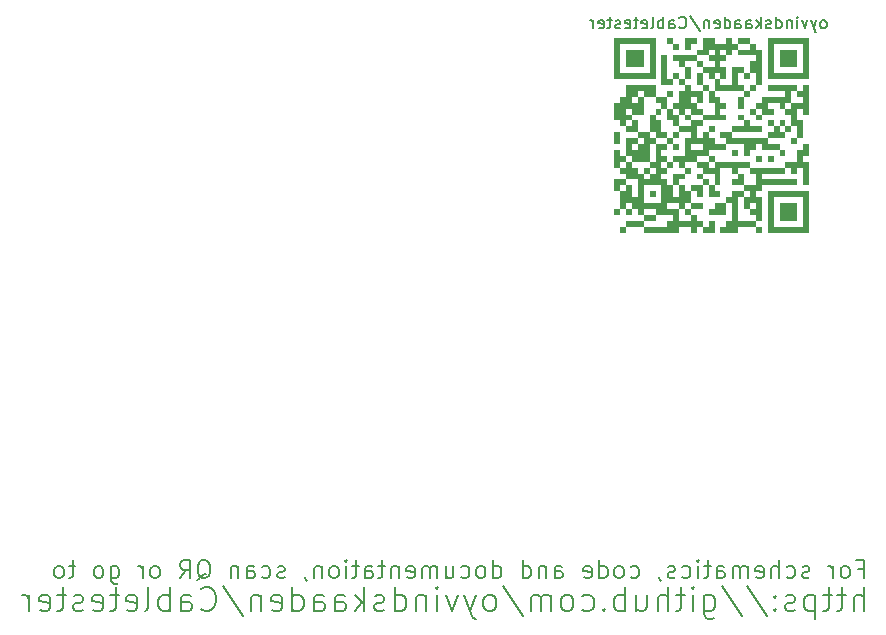
<source format=gbr>
G04 #@! TF.GenerationSoftware,KiCad,Pcbnew,5.1.5-52549c5~86~ubuntu19.10.1*
G04 #@! TF.CreationDate,2020-04-01T18:08:25+02:00*
G04 #@! TF.ProjectId,KabeltesterMEGA,4b616265-6c74-4657-9374-65724d454741,rev?*
G04 #@! TF.SameCoordinates,Original*
G04 #@! TF.FileFunction,Legend,Bot*
G04 #@! TF.FilePolarity,Positive*
%FSLAX46Y46*%
G04 Gerber Fmt 4.6, Leading zero omitted, Abs format (unit mm)*
G04 Created by KiCad (PCBNEW 5.1.5-52549c5~86~ubuntu19.10.1) date 2020-04-01 18:08:25*
%MOMM*%
%LPD*%
G04 APERTURE LIST*
%ADD10C,0.200000*%
%ADD11C,0.150000*%
%ADD12C,0.100000*%
G04 APERTURE END LIST*
D10*
X191813190Y-140731761D02*
X191813190Y-138731761D01*
X190956047Y-140731761D02*
X190956047Y-139684142D01*
X191051285Y-139493666D01*
X191241761Y-139398428D01*
X191527476Y-139398428D01*
X191717952Y-139493666D01*
X191813190Y-139588904D01*
X190289380Y-139398428D02*
X189527476Y-139398428D01*
X190003666Y-138731761D02*
X190003666Y-140446047D01*
X189908428Y-140636523D01*
X189717952Y-140731761D01*
X189527476Y-140731761D01*
X189146523Y-139398428D02*
X188384619Y-139398428D01*
X188860809Y-138731761D02*
X188860809Y-140446047D01*
X188765571Y-140636523D01*
X188575095Y-140731761D01*
X188384619Y-140731761D01*
X187717952Y-139398428D02*
X187717952Y-141398428D01*
X187717952Y-139493666D02*
X187527476Y-139398428D01*
X187146523Y-139398428D01*
X186956047Y-139493666D01*
X186860809Y-139588904D01*
X186765571Y-139779380D01*
X186765571Y-140350809D01*
X186860809Y-140541285D01*
X186956047Y-140636523D01*
X187146523Y-140731761D01*
X187527476Y-140731761D01*
X187717952Y-140636523D01*
X186003666Y-140636523D02*
X185813190Y-140731761D01*
X185432238Y-140731761D01*
X185241761Y-140636523D01*
X185146523Y-140446047D01*
X185146523Y-140350809D01*
X185241761Y-140160333D01*
X185432238Y-140065095D01*
X185717952Y-140065095D01*
X185908428Y-139969857D01*
X186003666Y-139779380D01*
X186003666Y-139684142D01*
X185908428Y-139493666D01*
X185717952Y-139398428D01*
X185432238Y-139398428D01*
X185241761Y-139493666D01*
X184289380Y-140541285D02*
X184194142Y-140636523D01*
X184289380Y-140731761D01*
X184384619Y-140636523D01*
X184289380Y-140541285D01*
X184289380Y-140731761D01*
X184289380Y-139493666D02*
X184194142Y-139588904D01*
X184289380Y-139684142D01*
X184384619Y-139588904D01*
X184289380Y-139493666D01*
X184289380Y-139684142D01*
X181908428Y-138636523D02*
X183622714Y-141207952D01*
X179813190Y-138636523D02*
X181527476Y-141207952D01*
X178289380Y-139398428D02*
X178289380Y-141017476D01*
X178384619Y-141207952D01*
X178479857Y-141303190D01*
X178670333Y-141398428D01*
X178956047Y-141398428D01*
X179146523Y-141303190D01*
X178289380Y-140636523D02*
X178479857Y-140731761D01*
X178860809Y-140731761D01*
X179051285Y-140636523D01*
X179146523Y-140541285D01*
X179241761Y-140350809D01*
X179241761Y-139779380D01*
X179146523Y-139588904D01*
X179051285Y-139493666D01*
X178860809Y-139398428D01*
X178479857Y-139398428D01*
X178289380Y-139493666D01*
X177337000Y-140731761D02*
X177337000Y-139398428D01*
X177337000Y-138731761D02*
X177432238Y-138827000D01*
X177337000Y-138922238D01*
X177241761Y-138827000D01*
X177337000Y-138731761D01*
X177337000Y-138922238D01*
X176670333Y-139398428D02*
X175908428Y-139398428D01*
X176384619Y-138731761D02*
X176384619Y-140446047D01*
X176289380Y-140636523D01*
X176098904Y-140731761D01*
X175908428Y-140731761D01*
X175241761Y-140731761D02*
X175241761Y-138731761D01*
X174384619Y-140731761D02*
X174384619Y-139684142D01*
X174479857Y-139493666D01*
X174670333Y-139398428D01*
X174956047Y-139398428D01*
X175146523Y-139493666D01*
X175241761Y-139588904D01*
X172575095Y-139398428D02*
X172575095Y-140731761D01*
X173432238Y-139398428D02*
X173432238Y-140446047D01*
X173337000Y-140636523D01*
X173146523Y-140731761D01*
X172860809Y-140731761D01*
X172670333Y-140636523D01*
X172575095Y-140541285D01*
X171622714Y-140731761D02*
X171622714Y-138731761D01*
X171622714Y-139493666D02*
X171432238Y-139398428D01*
X171051285Y-139398428D01*
X170860809Y-139493666D01*
X170765571Y-139588904D01*
X170670333Y-139779380D01*
X170670333Y-140350809D01*
X170765571Y-140541285D01*
X170860809Y-140636523D01*
X171051285Y-140731761D01*
X171432238Y-140731761D01*
X171622714Y-140636523D01*
X169813190Y-140541285D02*
X169717952Y-140636523D01*
X169813190Y-140731761D01*
X169908428Y-140636523D01*
X169813190Y-140541285D01*
X169813190Y-140731761D01*
X168003666Y-140636523D02*
X168194142Y-140731761D01*
X168575095Y-140731761D01*
X168765571Y-140636523D01*
X168860809Y-140541285D01*
X168956047Y-140350809D01*
X168956047Y-139779380D01*
X168860809Y-139588904D01*
X168765571Y-139493666D01*
X168575095Y-139398428D01*
X168194142Y-139398428D01*
X168003666Y-139493666D01*
X166860809Y-140731761D02*
X167051285Y-140636523D01*
X167146523Y-140541285D01*
X167241761Y-140350809D01*
X167241761Y-139779380D01*
X167146523Y-139588904D01*
X167051285Y-139493666D01*
X166860809Y-139398428D01*
X166575095Y-139398428D01*
X166384619Y-139493666D01*
X166289380Y-139588904D01*
X166194142Y-139779380D01*
X166194142Y-140350809D01*
X166289380Y-140541285D01*
X166384619Y-140636523D01*
X166575095Y-140731761D01*
X166860809Y-140731761D01*
X165337000Y-140731761D02*
X165337000Y-139398428D01*
X165337000Y-139588904D02*
X165241761Y-139493666D01*
X165051285Y-139398428D01*
X164765571Y-139398428D01*
X164575095Y-139493666D01*
X164479857Y-139684142D01*
X164479857Y-140731761D01*
X164479857Y-139684142D02*
X164384619Y-139493666D01*
X164194142Y-139398428D01*
X163908428Y-139398428D01*
X163717952Y-139493666D01*
X163622714Y-139684142D01*
X163622714Y-140731761D01*
X161241761Y-138636523D02*
X162956047Y-141207952D01*
X160289380Y-140731761D02*
X160479857Y-140636523D01*
X160575095Y-140541285D01*
X160670333Y-140350809D01*
X160670333Y-139779380D01*
X160575095Y-139588904D01*
X160479857Y-139493666D01*
X160289380Y-139398428D01*
X160003666Y-139398428D01*
X159813190Y-139493666D01*
X159717952Y-139588904D01*
X159622714Y-139779380D01*
X159622714Y-140350809D01*
X159717952Y-140541285D01*
X159813190Y-140636523D01*
X160003666Y-140731761D01*
X160289380Y-140731761D01*
X158956047Y-139398428D02*
X158479857Y-140731761D01*
X158003666Y-139398428D02*
X158479857Y-140731761D01*
X158670333Y-141207952D01*
X158765571Y-141303190D01*
X158956047Y-141398428D01*
X157432238Y-139398428D02*
X156956047Y-140731761D01*
X156479857Y-139398428D01*
X155717952Y-140731761D02*
X155717952Y-139398428D01*
X155717952Y-138731761D02*
X155813190Y-138827000D01*
X155717952Y-138922238D01*
X155622714Y-138827000D01*
X155717952Y-138731761D01*
X155717952Y-138922238D01*
X154765571Y-139398428D02*
X154765571Y-140731761D01*
X154765571Y-139588904D02*
X154670333Y-139493666D01*
X154479857Y-139398428D01*
X154194142Y-139398428D01*
X154003666Y-139493666D01*
X153908428Y-139684142D01*
X153908428Y-140731761D01*
X152098904Y-140731761D02*
X152098904Y-138731761D01*
X152098904Y-140636523D02*
X152289380Y-140731761D01*
X152670333Y-140731761D01*
X152860809Y-140636523D01*
X152956047Y-140541285D01*
X153051285Y-140350809D01*
X153051285Y-139779380D01*
X152956047Y-139588904D01*
X152860809Y-139493666D01*
X152670333Y-139398428D01*
X152289380Y-139398428D01*
X152098904Y-139493666D01*
X151241761Y-140636523D02*
X151051285Y-140731761D01*
X150670333Y-140731761D01*
X150479857Y-140636523D01*
X150384619Y-140446047D01*
X150384619Y-140350809D01*
X150479857Y-140160333D01*
X150670333Y-140065095D01*
X150956047Y-140065095D01*
X151146523Y-139969857D01*
X151241761Y-139779380D01*
X151241761Y-139684142D01*
X151146523Y-139493666D01*
X150956047Y-139398428D01*
X150670333Y-139398428D01*
X150479857Y-139493666D01*
X149527476Y-140731761D02*
X149527476Y-138731761D01*
X149337000Y-139969857D02*
X148765571Y-140731761D01*
X148765571Y-139398428D02*
X149527476Y-140160333D01*
X147051285Y-140731761D02*
X147051285Y-139684142D01*
X147146523Y-139493666D01*
X147337000Y-139398428D01*
X147717952Y-139398428D01*
X147908428Y-139493666D01*
X147051285Y-140636523D02*
X147241761Y-140731761D01*
X147717952Y-140731761D01*
X147908428Y-140636523D01*
X148003666Y-140446047D01*
X148003666Y-140255571D01*
X147908428Y-140065095D01*
X147717952Y-139969857D01*
X147241761Y-139969857D01*
X147051285Y-139874619D01*
X145241761Y-140731761D02*
X145241761Y-139684142D01*
X145337000Y-139493666D01*
X145527476Y-139398428D01*
X145908428Y-139398428D01*
X146098904Y-139493666D01*
X145241761Y-140636523D02*
X145432238Y-140731761D01*
X145908428Y-140731761D01*
X146098904Y-140636523D01*
X146194142Y-140446047D01*
X146194142Y-140255571D01*
X146098904Y-140065095D01*
X145908428Y-139969857D01*
X145432238Y-139969857D01*
X145241761Y-139874619D01*
X143432238Y-140731761D02*
X143432238Y-138731761D01*
X143432238Y-140636523D02*
X143622714Y-140731761D01*
X144003666Y-140731761D01*
X144194142Y-140636523D01*
X144289380Y-140541285D01*
X144384619Y-140350809D01*
X144384619Y-139779380D01*
X144289380Y-139588904D01*
X144194142Y-139493666D01*
X144003666Y-139398428D01*
X143622714Y-139398428D01*
X143432238Y-139493666D01*
X141717952Y-140636523D02*
X141908428Y-140731761D01*
X142289380Y-140731761D01*
X142479857Y-140636523D01*
X142575095Y-140446047D01*
X142575095Y-139684142D01*
X142479857Y-139493666D01*
X142289380Y-139398428D01*
X141908428Y-139398428D01*
X141717952Y-139493666D01*
X141622714Y-139684142D01*
X141622714Y-139874619D01*
X142575095Y-140065095D01*
X140765571Y-139398428D02*
X140765571Y-140731761D01*
X140765571Y-139588904D02*
X140670333Y-139493666D01*
X140479857Y-139398428D01*
X140194142Y-139398428D01*
X140003666Y-139493666D01*
X139908428Y-139684142D01*
X139908428Y-140731761D01*
X137527476Y-138636523D02*
X139241761Y-141207952D01*
X135717952Y-140541285D02*
X135813190Y-140636523D01*
X136098904Y-140731761D01*
X136289380Y-140731761D01*
X136575095Y-140636523D01*
X136765571Y-140446047D01*
X136860809Y-140255571D01*
X136956047Y-139874619D01*
X136956047Y-139588904D01*
X136860809Y-139207952D01*
X136765571Y-139017476D01*
X136575095Y-138827000D01*
X136289380Y-138731761D01*
X136098904Y-138731761D01*
X135813190Y-138827000D01*
X135717952Y-138922238D01*
X134003666Y-140731761D02*
X134003666Y-139684142D01*
X134098904Y-139493666D01*
X134289380Y-139398428D01*
X134670333Y-139398428D01*
X134860809Y-139493666D01*
X134003666Y-140636523D02*
X134194142Y-140731761D01*
X134670333Y-140731761D01*
X134860809Y-140636523D01*
X134956047Y-140446047D01*
X134956047Y-140255571D01*
X134860809Y-140065095D01*
X134670333Y-139969857D01*
X134194142Y-139969857D01*
X134003666Y-139874619D01*
X133051285Y-140731761D02*
X133051285Y-138731761D01*
X133051285Y-139493666D02*
X132860809Y-139398428D01*
X132479857Y-139398428D01*
X132289380Y-139493666D01*
X132194142Y-139588904D01*
X132098904Y-139779380D01*
X132098904Y-140350809D01*
X132194142Y-140541285D01*
X132289380Y-140636523D01*
X132479857Y-140731761D01*
X132860809Y-140731761D01*
X133051285Y-140636523D01*
X130956047Y-140731761D02*
X131146523Y-140636523D01*
X131241761Y-140446047D01*
X131241761Y-138731761D01*
X129432238Y-140636523D02*
X129622714Y-140731761D01*
X130003666Y-140731761D01*
X130194142Y-140636523D01*
X130289380Y-140446047D01*
X130289380Y-139684142D01*
X130194142Y-139493666D01*
X130003666Y-139398428D01*
X129622714Y-139398428D01*
X129432238Y-139493666D01*
X129337000Y-139684142D01*
X129337000Y-139874619D01*
X130289380Y-140065095D01*
X128765571Y-139398428D02*
X128003666Y-139398428D01*
X128479857Y-138731761D02*
X128479857Y-140446047D01*
X128384619Y-140636523D01*
X128194142Y-140731761D01*
X128003666Y-140731761D01*
X126575095Y-140636523D02*
X126765571Y-140731761D01*
X127146523Y-140731761D01*
X127337000Y-140636523D01*
X127432238Y-140446047D01*
X127432238Y-139684142D01*
X127337000Y-139493666D01*
X127146523Y-139398428D01*
X126765571Y-139398428D01*
X126575095Y-139493666D01*
X126479857Y-139684142D01*
X126479857Y-139874619D01*
X127432238Y-140065095D01*
X125717952Y-140636523D02*
X125527476Y-140731761D01*
X125146523Y-140731761D01*
X124956047Y-140636523D01*
X124860809Y-140446047D01*
X124860809Y-140350809D01*
X124956047Y-140160333D01*
X125146523Y-140065095D01*
X125432238Y-140065095D01*
X125622714Y-139969857D01*
X125717952Y-139779380D01*
X125717952Y-139684142D01*
X125622714Y-139493666D01*
X125432238Y-139398428D01*
X125146523Y-139398428D01*
X124956047Y-139493666D01*
X124289380Y-139398428D02*
X123527476Y-139398428D01*
X124003666Y-138731761D02*
X124003666Y-140446047D01*
X123908428Y-140636523D01*
X123717952Y-140731761D01*
X123527476Y-140731761D01*
X122098904Y-140636523D02*
X122289380Y-140731761D01*
X122670333Y-140731761D01*
X122860809Y-140636523D01*
X122956047Y-140446047D01*
X122956047Y-139684142D01*
X122860809Y-139493666D01*
X122670333Y-139398428D01*
X122289380Y-139398428D01*
X122098904Y-139493666D01*
X122003666Y-139684142D01*
X122003666Y-139874619D01*
X122956047Y-140065095D01*
X121146523Y-140731761D02*
X121146523Y-139398428D01*
X121146523Y-139779380D02*
X121051285Y-139588904D01*
X120956047Y-139493666D01*
X120765571Y-139398428D01*
X120575095Y-139398428D01*
D11*
X191357000Y-137179857D02*
X191857000Y-137179857D01*
X191857000Y-137965571D02*
X191857000Y-136465571D01*
X191142714Y-136465571D01*
X190357000Y-137965571D02*
X190499857Y-137894142D01*
X190571285Y-137822714D01*
X190642714Y-137679857D01*
X190642714Y-137251285D01*
X190571285Y-137108428D01*
X190499857Y-137037000D01*
X190357000Y-136965571D01*
X190142714Y-136965571D01*
X189999857Y-137037000D01*
X189928428Y-137108428D01*
X189857000Y-137251285D01*
X189857000Y-137679857D01*
X189928428Y-137822714D01*
X189999857Y-137894142D01*
X190142714Y-137965571D01*
X190357000Y-137965571D01*
X189214142Y-137965571D02*
X189214142Y-136965571D01*
X189214142Y-137251285D02*
X189142714Y-137108428D01*
X189071285Y-137037000D01*
X188928428Y-136965571D01*
X188785571Y-136965571D01*
X187214142Y-137894142D02*
X187071285Y-137965571D01*
X186785571Y-137965571D01*
X186642714Y-137894142D01*
X186571285Y-137751285D01*
X186571285Y-137679857D01*
X186642714Y-137537000D01*
X186785571Y-137465571D01*
X186999857Y-137465571D01*
X187142714Y-137394142D01*
X187214142Y-137251285D01*
X187214142Y-137179857D01*
X187142714Y-137037000D01*
X186999857Y-136965571D01*
X186785571Y-136965571D01*
X186642714Y-137037000D01*
X185285571Y-137894142D02*
X185428428Y-137965571D01*
X185714142Y-137965571D01*
X185857000Y-137894142D01*
X185928428Y-137822714D01*
X185999857Y-137679857D01*
X185999857Y-137251285D01*
X185928428Y-137108428D01*
X185857000Y-137037000D01*
X185714142Y-136965571D01*
X185428428Y-136965571D01*
X185285571Y-137037000D01*
X184642714Y-137965571D02*
X184642714Y-136465571D01*
X183999857Y-137965571D02*
X183999857Y-137179857D01*
X184071285Y-137037000D01*
X184214142Y-136965571D01*
X184428428Y-136965571D01*
X184571285Y-137037000D01*
X184642714Y-137108428D01*
X182714142Y-137894142D02*
X182857000Y-137965571D01*
X183142714Y-137965571D01*
X183285571Y-137894142D01*
X183357000Y-137751285D01*
X183357000Y-137179857D01*
X183285571Y-137037000D01*
X183142714Y-136965571D01*
X182857000Y-136965571D01*
X182714142Y-137037000D01*
X182642714Y-137179857D01*
X182642714Y-137322714D01*
X183357000Y-137465571D01*
X181999857Y-137965571D02*
X181999857Y-136965571D01*
X181999857Y-137108428D02*
X181928428Y-137037000D01*
X181785571Y-136965571D01*
X181571285Y-136965571D01*
X181428428Y-137037000D01*
X181357000Y-137179857D01*
X181357000Y-137965571D01*
X181357000Y-137179857D02*
X181285571Y-137037000D01*
X181142714Y-136965571D01*
X180928428Y-136965571D01*
X180785571Y-137037000D01*
X180714142Y-137179857D01*
X180714142Y-137965571D01*
X179357000Y-137965571D02*
X179357000Y-137179857D01*
X179428428Y-137037000D01*
X179571285Y-136965571D01*
X179857000Y-136965571D01*
X179999857Y-137037000D01*
X179357000Y-137894142D02*
X179499857Y-137965571D01*
X179857000Y-137965571D01*
X179999857Y-137894142D01*
X180071285Y-137751285D01*
X180071285Y-137608428D01*
X179999857Y-137465571D01*
X179857000Y-137394142D01*
X179499857Y-137394142D01*
X179357000Y-137322714D01*
X178857000Y-136965571D02*
X178285571Y-136965571D01*
X178642714Y-136465571D02*
X178642714Y-137751285D01*
X178571285Y-137894142D01*
X178428428Y-137965571D01*
X178285571Y-137965571D01*
X177785571Y-137965571D02*
X177785571Y-136965571D01*
X177785571Y-136465571D02*
X177857000Y-136537000D01*
X177785571Y-136608428D01*
X177714142Y-136537000D01*
X177785571Y-136465571D01*
X177785571Y-136608428D01*
X176428428Y-137894142D02*
X176571285Y-137965571D01*
X176857000Y-137965571D01*
X176999857Y-137894142D01*
X177071285Y-137822714D01*
X177142714Y-137679857D01*
X177142714Y-137251285D01*
X177071285Y-137108428D01*
X176999857Y-137037000D01*
X176857000Y-136965571D01*
X176571285Y-136965571D01*
X176428428Y-137037000D01*
X175857000Y-137894142D02*
X175714142Y-137965571D01*
X175428428Y-137965571D01*
X175285571Y-137894142D01*
X175214142Y-137751285D01*
X175214142Y-137679857D01*
X175285571Y-137537000D01*
X175428428Y-137465571D01*
X175642714Y-137465571D01*
X175785571Y-137394142D01*
X175857000Y-137251285D01*
X175857000Y-137179857D01*
X175785571Y-137037000D01*
X175642714Y-136965571D01*
X175428428Y-136965571D01*
X175285571Y-137037000D01*
X174499857Y-137894142D02*
X174499857Y-137965571D01*
X174571285Y-138108428D01*
X174642714Y-138179857D01*
X172071285Y-137894142D02*
X172214142Y-137965571D01*
X172499857Y-137965571D01*
X172642714Y-137894142D01*
X172714142Y-137822714D01*
X172785571Y-137679857D01*
X172785571Y-137251285D01*
X172714142Y-137108428D01*
X172642714Y-137037000D01*
X172499857Y-136965571D01*
X172214142Y-136965571D01*
X172071285Y-137037000D01*
X171214142Y-137965571D02*
X171357000Y-137894142D01*
X171428428Y-137822714D01*
X171499857Y-137679857D01*
X171499857Y-137251285D01*
X171428428Y-137108428D01*
X171357000Y-137037000D01*
X171214142Y-136965571D01*
X170999857Y-136965571D01*
X170857000Y-137037000D01*
X170785571Y-137108428D01*
X170714142Y-137251285D01*
X170714142Y-137679857D01*
X170785571Y-137822714D01*
X170857000Y-137894142D01*
X170999857Y-137965571D01*
X171214142Y-137965571D01*
X169428428Y-137965571D02*
X169428428Y-136465571D01*
X169428428Y-137894142D02*
X169571285Y-137965571D01*
X169857000Y-137965571D01*
X169999857Y-137894142D01*
X170071285Y-137822714D01*
X170142714Y-137679857D01*
X170142714Y-137251285D01*
X170071285Y-137108428D01*
X169999857Y-137037000D01*
X169857000Y-136965571D01*
X169571285Y-136965571D01*
X169428428Y-137037000D01*
X168142714Y-137894142D02*
X168285571Y-137965571D01*
X168571285Y-137965571D01*
X168714142Y-137894142D01*
X168785571Y-137751285D01*
X168785571Y-137179857D01*
X168714142Y-137037000D01*
X168571285Y-136965571D01*
X168285571Y-136965571D01*
X168142714Y-137037000D01*
X168071285Y-137179857D01*
X168071285Y-137322714D01*
X168785571Y-137465571D01*
X165642714Y-137965571D02*
X165642714Y-137179857D01*
X165714142Y-137037000D01*
X165857000Y-136965571D01*
X166142714Y-136965571D01*
X166285571Y-137037000D01*
X165642714Y-137894142D02*
X165785571Y-137965571D01*
X166142714Y-137965571D01*
X166285571Y-137894142D01*
X166357000Y-137751285D01*
X166357000Y-137608428D01*
X166285571Y-137465571D01*
X166142714Y-137394142D01*
X165785571Y-137394142D01*
X165642714Y-137322714D01*
X164928428Y-136965571D02*
X164928428Y-137965571D01*
X164928428Y-137108428D02*
X164857000Y-137037000D01*
X164714142Y-136965571D01*
X164499857Y-136965571D01*
X164357000Y-137037000D01*
X164285571Y-137179857D01*
X164285571Y-137965571D01*
X162928428Y-137965571D02*
X162928428Y-136465571D01*
X162928428Y-137894142D02*
X163071285Y-137965571D01*
X163357000Y-137965571D01*
X163499857Y-137894142D01*
X163571285Y-137822714D01*
X163642714Y-137679857D01*
X163642714Y-137251285D01*
X163571285Y-137108428D01*
X163499857Y-137037000D01*
X163357000Y-136965571D01*
X163071285Y-136965571D01*
X162928428Y-137037000D01*
X160428428Y-137965571D02*
X160428428Y-136465571D01*
X160428428Y-137894142D02*
X160571285Y-137965571D01*
X160857000Y-137965571D01*
X160999857Y-137894142D01*
X161071285Y-137822714D01*
X161142714Y-137679857D01*
X161142714Y-137251285D01*
X161071285Y-137108428D01*
X160999857Y-137037000D01*
X160857000Y-136965571D01*
X160571285Y-136965571D01*
X160428428Y-137037000D01*
X159499857Y-137965571D02*
X159642714Y-137894142D01*
X159714142Y-137822714D01*
X159785571Y-137679857D01*
X159785571Y-137251285D01*
X159714142Y-137108428D01*
X159642714Y-137037000D01*
X159499857Y-136965571D01*
X159285571Y-136965571D01*
X159142714Y-137037000D01*
X159071285Y-137108428D01*
X158999857Y-137251285D01*
X158999857Y-137679857D01*
X159071285Y-137822714D01*
X159142714Y-137894142D01*
X159285571Y-137965571D01*
X159499857Y-137965571D01*
X157714142Y-137894142D02*
X157857000Y-137965571D01*
X158142714Y-137965571D01*
X158285571Y-137894142D01*
X158357000Y-137822714D01*
X158428428Y-137679857D01*
X158428428Y-137251285D01*
X158357000Y-137108428D01*
X158285571Y-137037000D01*
X158142714Y-136965571D01*
X157857000Y-136965571D01*
X157714142Y-137037000D01*
X156428428Y-136965571D02*
X156428428Y-137965571D01*
X157071285Y-136965571D02*
X157071285Y-137751285D01*
X156999857Y-137894142D01*
X156857000Y-137965571D01*
X156642714Y-137965571D01*
X156499857Y-137894142D01*
X156428428Y-137822714D01*
X155714142Y-137965571D02*
X155714142Y-136965571D01*
X155714142Y-137108428D02*
X155642714Y-137037000D01*
X155499857Y-136965571D01*
X155285571Y-136965571D01*
X155142714Y-137037000D01*
X155071285Y-137179857D01*
X155071285Y-137965571D01*
X155071285Y-137179857D02*
X154999857Y-137037000D01*
X154857000Y-136965571D01*
X154642714Y-136965571D01*
X154499857Y-137037000D01*
X154428428Y-137179857D01*
X154428428Y-137965571D01*
X153142714Y-137894142D02*
X153285571Y-137965571D01*
X153571285Y-137965571D01*
X153714142Y-137894142D01*
X153785571Y-137751285D01*
X153785571Y-137179857D01*
X153714142Y-137037000D01*
X153571285Y-136965571D01*
X153285571Y-136965571D01*
X153142714Y-137037000D01*
X153071285Y-137179857D01*
X153071285Y-137322714D01*
X153785571Y-137465571D01*
X152428428Y-136965571D02*
X152428428Y-137965571D01*
X152428428Y-137108428D02*
X152357000Y-137037000D01*
X152214142Y-136965571D01*
X151999857Y-136965571D01*
X151857000Y-137037000D01*
X151785571Y-137179857D01*
X151785571Y-137965571D01*
X151285571Y-136965571D02*
X150714142Y-136965571D01*
X151071285Y-136465571D02*
X151071285Y-137751285D01*
X150999857Y-137894142D01*
X150857000Y-137965571D01*
X150714142Y-137965571D01*
X149571285Y-137965571D02*
X149571285Y-137179857D01*
X149642714Y-137037000D01*
X149785571Y-136965571D01*
X150071285Y-136965571D01*
X150214142Y-137037000D01*
X149571285Y-137894142D02*
X149714142Y-137965571D01*
X150071285Y-137965571D01*
X150214142Y-137894142D01*
X150285571Y-137751285D01*
X150285571Y-137608428D01*
X150214142Y-137465571D01*
X150071285Y-137394142D01*
X149714142Y-137394142D01*
X149571285Y-137322714D01*
X149071285Y-136965571D02*
X148499857Y-136965571D01*
X148857000Y-136465571D02*
X148857000Y-137751285D01*
X148785571Y-137894142D01*
X148642714Y-137965571D01*
X148499857Y-137965571D01*
X147999857Y-137965571D02*
X147999857Y-136965571D01*
X147999857Y-136465571D02*
X148071285Y-136537000D01*
X147999857Y-136608428D01*
X147928428Y-136537000D01*
X147999857Y-136465571D01*
X147999857Y-136608428D01*
X147071285Y-137965571D02*
X147214142Y-137894142D01*
X147285571Y-137822714D01*
X147357000Y-137679857D01*
X147357000Y-137251285D01*
X147285571Y-137108428D01*
X147214142Y-137037000D01*
X147071285Y-136965571D01*
X146857000Y-136965571D01*
X146714142Y-137037000D01*
X146642714Y-137108428D01*
X146571285Y-137251285D01*
X146571285Y-137679857D01*
X146642714Y-137822714D01*
X146714142Y-137894142D01*
X146857000Y-137965571D01*
X147071285Y-137965571D01*
X145928428Y-136965571D02*
X145928428Y-137965571D01*
X145928428Y-137108428D02*
X145857000Y-137037000D01*
X145714142Y-136965571D01*
X145499857Y-136965571D01*
X145357000Y-137037000D01*
X145285571Y-137179857D01*
X145285571Y-137965571D01*
X144499857Y-137894142D02*
X144499857Y-137965571D01*
X144571285Y-138108428D01*
X144642714Y-138179857D01*
X142785571Y-137894142D02*
X142642714Y-137965571D01*
X142357000Y-137965571D01*
X142214142Y-137894142D01*
X142142714Y-137751285D01*
X142142714Y-137679857D01*
X142214142Y-137537000D01*
X142357000Y-137465571D01*
X142571285Y-137465571D01*
X142714142Y-137394142D01*
X142785571Y-137251285D01*
X142785571Y-137179857D01*
X142714142Y-137037000D01*
X142571285Y-136965571D01*
X142357000Y-136965571D01*
X142214142Y-137037000D01*
X140857000Y-137894142D02*
X140999857Y-137965571D01*
X141285571Y-137965571D01*
X141428428Y-137894142D01*
X141499857Y-137822714D01*
X141571285Y-137679857D01*
X141571285Y-137251285D01*
X141499857Y-137108428D01*
X141428428Y-137037000D01*
X141285571Y-136965571D01*
X140999857Y-136965571D01*
X140857000Y-137037000D01*
X139571285Y-137965571D02*
X139571285Y-137179857D01*
X139642714Y-137037000D01*
X139785571Y-136965571D01*
X140071285Y-136965571D01*
X140214142Y-137037000D01*
X139571285Y-137894142D02*
X139714142Y-137965571D01*
X140071285Y-137965571D01*
X140214142Y-137894142D01*
X140285571Y-137751285D01*
X140285571Y-137608428D01*
X140214142Y-137465571D01*
X140071285Y-137394142D01*
X139714142Y-137394142D01*
X139571285Y-137322714D01*
X138857000Y-136965571D02*
X138857000Y-137965571D01*
X138857000Y-137108428D02*
X138785571Y-137037000D01*
X138642714Y-136965571D01*
X138428428Y-136965571D01*
X138285571Y-137037000D01*
X138214142Y-137179857D01*
X138214142Y-137965571D01*
X135357000Y-138108428D02*
X135499857Y-138037000D01*
X135642714Y-137894142D01*
X135857000Y-137679857D01*
X135999857Y-137608428D01*
X136142714Y-137608428D01*
X136071285Y-137965571D02*
X136214142Y-137894142D01*
X136357000Y-137751285D01*
X136428428Y-137465571D01*
X136428428Y-136965571D01*
X136357000Y-136679857D01*
X136214142Y-136537000D01*
X136071285Y-136465571D01*
X135785571Y-136465571D01*
X135642714Y-136537000D01*
X135499857Y-136679857D01*
X135428428Y-136965571D01*
X135428428Y-137465571D01*
X135499857Y-137751285D01*
X135642714Y-137894142D01*
X135785571Y-137965571D01*
X136071285Y-137965571D01*
X133928428Y-137965571D02*
X134428428Y-137251285D01*
X134785571Y-137965571D02*
X134785571Y-136465571D01*
X134214142Y-136465571D01*
X134071285Y-136537000D01*
X133999857Y-136608428D01*
X133928428Y-136751285D01*
X133928428Y-136965571D01*
X133999857Y-137108428D01*
X134071285Y-137179857D01*
X134214142Y-137251285D01*
X134785571Y-137251285D01*
X131928428Y-137965571D02*
X132071285Y-137894142D01*
X132142714Y-137822714D01*
X132214142Y-137679857D01*
X132214142Y-137251285D01*
X132142714Y-137108428D01*
X132071285Y-137037000D01*
X131928428Y-136965571D01*
X131714142Y-136965571D01*
X131571285Y-137037000D01*
X131499857Y-137108428D01*
X131428428Y-137251285D01*
X131428428Y-137679857D01*
X131499857Y-137822714D01*
X131571285Y-137894142D01*
X131714142Y-137965571D01*
X131928428Y-137965571D01*
X130785571Y-137965571D02*
X130785571Y-136965571D01*
X130785571Y-137251285D02*
X130714142Y-137108428D01*
X130642714Y-137037000D01*
X130499857Y-136965571D01*
X130357000Y-136965571D01*
X128071285Y-136965571D02*
X128071285Y-138179857D01*
X128142714Y-138322714D01*
X128214142Y-138394142D01*
X128357000Y-138465571D01*
X128571285Y-138465571D01*
X128714142Y-138394142D01*
X128071285Y-137894142D02*
X128214142Y-137965571D01*
X128499857Y-137965571D01*
X128642714Y-137894142D01*
X128714142Y-137822714D01*
X128785571Y-137679857D01*
X128785571Y-137251285D01*
X128714142Y-137108428D01*
X128642714Y-137037000D01*
X128499857Y-136965571D01*
X128214142Y-136965571D01*
X128071285Y-137037000D01*
X127142714Y-137965571D02*
X127285571Y-137894142D01*
X127357000Y-137822714D01*
X127428428Y-137679857D01*
X127428428Y-137251285D01*
X127357000Y-137108428D01*
X127285571Y-137037000D01*
X127142714Y-136965571D01*
X126928428Y-136965571D01*
X126785571Y-137037000D01*
X126714142Y-137108428D01*
X126642714Y-137251285D01*
X126642714Y-137679857D01*
X126714142Y-137822714D01*
X126785571Y-137894142D01*
X126928428Y-137965571D01*
X127142714Y-137965571D01*
X125071285Y-136965571D02*
X124499857Y-136965571D01*
X124857000Y-136465571D02*
X124857000Y-137751285D01*
X124785571Y-137894142D01*
X124642714Y-137965571D01*
X124499857Y-137965571D01*
X123785571Y-137965571D02*
X123928428Y-137894142D01*
X123999857Y-137822714D01*
X124071285Y-137679857D01*
X124071285Y-137251285D01*
X123999857Y-137108428D01*
X123928428Y-137037000D01*
X123785571Y-136965571D01*
X123571285Y-136965571D01*
X123428428Y-137037000D01*
X123357000Y-137108428D01*
X123285571Y-137251285D01*
X123285571Y-137679857D01*
X123357000Y-137822714D01*
X123428428Y-137894142D01*
X123571285Y-137965571D01*
X123785571Y-137965571D01*
D12*
G36*
X171189000Y-108711000D02*
G01*
X171189000Y-108211000D01*
X171689000Y-108211000D01*
X171689000Y-108711000D01*
X171189000Y-108711000D01*
G37*
G36*
X173189000Y-108711000D02*
G01*
X173189000Y-108211000D01*
X173689000Y-108211000D01*
X173689000Y-108711000D01*
X173189000Y-108711000D01*
G37*
G36*
X173689000Y-108711000D02*
G01*
X173689000Y-108211000D01*
X174189000Y-108211000D01*
X174189000Y-108711000D01*
X173689000Y-108711000D01*
G37*
G36*
X174189000Y-108711000D02*
G01*
X174189000Y-108211000D01*
X174689000Y-108211000D01*
X174689000Y-108711000D01*
X174189000Y-108711000D01*
G37*
G36*
X174689000Y-108711000D02*
G01*
X174689000Y-108211000D01*
X175189000Y-108211000D01*
X175189000Y-108711000D01*
X174689000Y-108711000D01*
G37*
G36*
X175189000Y-108711000D02*
G01*
X175189000Y-108211000D01*
X175689000Y-108211000D01*
X175689000Y-108711000D01*
X175189000Y-108711000D01*
G37*
G36*
X175689000Y-108711000D02*
G01*
X175689000Y-108211000D01*
X176189000Y-108211000D01*
X176189000Y-108711000D01*
X175689000Y-108711000D01*
G37*
G36*
X177189000Y-108711000D02*
G01*
X177189000Y-108211000D01*
X177689000Y-108211000D01*
X177689000Y-108711000D01*
X177189000Y-108711000D01*
G37*
G36*
X178189000Y-108711000D02*
G01*
X178189000Y-108211000D01*
X178689000Y-108211000D01*
X178689000Y-108711000D01*
X178189000Y-108711000D01*
G37*
G36*
X178689000Y-108711000D02*
G01*
X178689000Y-108211000D01*
X179189000Y-108211000D01*
X179189000Y-108711000D01*
X178689000Y-108711000D01*
G37*
G36*
X179689000Y-108711000D02*
G01*
X179689000Y-108211000D01*
X180189000Y-108211000D01*
X180189000Y-108711000D01*
X179689000Y-108711000D01*
G37*
G36*
X180189000Y-108711000D02*
G01*
X180189000Y-108211000D01*
X180689000Y-108211000D01*
X180689000Y-108711000D01*
X180189000Y-108711000D01*
G37*
G36*
X180689000Y-108711000D02*
G01*
X180689000Y-108211000D01*
X181189000Y-108211000D01*
X181189000Y-108711000D01*
X180689000Y-108711000D01*
G37*
G36*
X182689000Y-108711000D02*
G01*
X182689000Y-108211000D01*
X183189000Y-108211000D01*
X183189000Y-108711000D01*
X182689000Y-108711000D01*
G37*
G36*
X183689000Y-108711000D02*
G01*
X183689000Y-108211000D01*
X184189000Y-108211000D01*
X184189000Y-108711000D01*
X183689000Y-108711000D01*
G37*
G36*
X184189000Y-108711000D02*
G01*
X184189000Y-108211000D01*
X184689000Y-108211000D01*
X184689000Y-108711000D01*
X184189000Y-108711000D01*
G37*
G36*
X184689000Y-108711000D02*
G01*
X184689000Y-108211000D01*
X185189000Y-108211000D01*
X185189000Y-108711000D01*
X184689000Y-108711000D01*
G37*
G36*
X185189000Y-108711000D02*
G01*
X185189000Y-108211000D01*
X185689000Y-108211000D01*
X185689000Y-108711000D01*
X185189000Y-108711000D01*
G37*
G36*
X185689000Y-108711000D02*
G01*
X185689000Y-108211000D01*
X186189000Y-108211000D01*
X186189000Y-108711000D01*
X185689000Y-108711000D01*
G37*
G36*
X186189000Y-108711000D02*
G01*
X186189000Y-108211000D01*
X186689000Y-108211000D01*
X186689000Y-108711000D01*
X186189000Y-108711000D01*
G37*
G36*
X186689000Y-108711000D02*
G01*
X186689000Y-108211000D01*
X187189000Y-108211000D01*
X187189000Y-108711000D01*
X186689000Y-108711000D01*
G37*
G36*
X171689000Y-108211000D02*
G01*
X171689000Y-107711000D01*
X172189000Y-107711000D01*
X172189000Y-108211000D01*
X171689000Y-108211000D01*
G37*
G36*
X172189000Y-108211000D02*
G01*
X172189000Y-107711000D01*
X172689000Y-107711000D01*
X172689000Y-108211000D01*
X172189000Y-108211000D01*
G37*
G36*
X172689000Y-108211000D02*
G01*
X172689000Y-107711000D01*
X173189000Y-107711000D01*
X173189000Y-108211000D01*
X172689000Y-108211000D01*
G37*
G36*
X175189000Y-108211000D02*
G01*
X175189000Y-107711000D01*
X175689000Y-107711000D01*
X175689000Y-108211000D01*
X175189000Y-108211000D01*
G37*
G36*
X175689000Y-108211000D02*
G01*
X175689000Y-107711000D01*
X176189000Y-107711000D01*
X176189000Y-108211000D01*
X175689000Y-108211000D01*
G37*
G36*
X176189000Y-108211000D02*
G01*
X176189000Y-107711000D01*
X176689000Y-107711000D01*
X176689000Y-108211000D01*
X176189000Y-108211000D01*
G37*
G36*
X176689000Y-108211000D02*
G01*
X176689000Y-107711000D01*
X177189000Y-107711000D01*
X177189000Y-108211000D01*
X176689000Y-108211000D01*
G37*
G36*
X177189000Y-108211000D02*
G01*
X177189000Y-107711000D01*
X177689000Y-107711000D01*
X177689000Y-108211000D01*
X177189000Y-108211000D01*
G37*
G36*
X177689000Y-108211000D02*
G01*
X177689000Y-107711000D01*
X178189000Y-107711000D01*
X178189000Y-108211000D01*
X177689000Y-108211000D01*
G37*
G36*
X178689000Y-108211000D02*
G01*
X178689000Y-107711000D01*
X179189000Y-107711000D01*
X179189000Y-108211000D01*
X178689000Y-108211000D01*
G37*
G36*
X180189000Y-108211000D02*
G01*
X180189000Y-107711000D01*
X180689000Y-107711000D01*
X180689000Y-108211000D01*
X180189000Y-108211000D01*
G37*
G36*
X180689000Y-108211000D02*
G01*
X180689000Y-107711000D01*
X181189000Y-107711000D01*
X181189000Y-108211000D01*
X180689000Y-108211000D01*
G37*
G36*
X181189000Y-108211000D02*
G01*
X181189000Y-107711000D01*
X181689000Y-107711000D01*
X181689000Y-108211000D01*
X181189000Y-108211000D01*
G37*
G36*
X181689000Y-108211000D02*
G01*
X181689000Y-107711000D01*
X182189000Y-107711000D01*
X182189000Y-108211000D01*
X181689000Y-108211000D01*
G37*
G36*
X182189000Y-108211000D02*
G01*
X182189000Y-107711000D01*
X182689000Y-107711000D01*
X182689000Y-108211000D01*
X182189000Y-108211000D01*
G37*
G36*
X183689000Y-108211000D02*
G01*
X183689000Y-107711000D01*
X184189000Y-107711000D01*
X184189000Y-108211000D01*
X183689000Y-108211000D01*
G37*
G36*
X186689000Y-108211000D02*
G01*
X186689000Y-107711000D01*
X187189000Y-107711000D01*
X187189000Y-108211000D01*
X186689000Y-108211000D01*
G37*
G36*
X173189000Y-107711000D02*
G01*
X173189000Y-107211000D01*
X173689000Y-107211000D01*
X173689000Y-107711000D01*
X173189000Y-107711000D01*
G37*
G36*
X173689000Y-107711000D02*
G01*
X173689000Y-107211000D01*
X174189000Y-107211000D01*
X174189000Y-107711000D01*
X173689000Y-107711000D01*
G37*
G36*
X175689000Y-107711000D02*
G01*
X175689000Y-107211000D01*
X176189000Y-107211000D01*
X176189000Y-107711000D01*
X175689000Y-107711000D01*
G37*
G36*
X177189000Y-107711000D02*
G01*
X177189000Y-107211000D01*
X177689000Y-107211000D01*
X177689000Y-107711000D01*
X177189000Y-107711000D01*
G37*
G36*
X180689000Y-107711000D02*
G01*
X180689000Y-107211000D01*
X181189000Y-107211000D01*
X181189000Y-107711000D01*
X180689000Y-107711000D01*
G37*
G36*
X182689000Y-107711000D02*
G01*
X182689000Y-107211000D01*
X183189000Y-107211000D01*
X183189000Y-107711000D01*
X182689000Y-107711000D01*
G37*
G36*
X183689000Y-107711000D02*
G01*
X183689000Y-107211000D01*
X184189000Y-107211000D01*
X184189000Y-107711000D01*
X183689000Y-107711000D01*
G37*
G36*
X184689000Y-107711000D02*
G01*
X184689000Y-107211000D01*
X185189000Y-107211000D01*
X185189000Y-107711000D01*
X184689000Y-107711000D01*
G37*
G36*
X185189000Y-107711000D02*
G01*
X185189000Y-107211000D01*
X185689000Y-107211000D01*
X185689000Y-107711000D01*
X185189000Y-107711000D01*
G37*
G36*
X185689000Y-107711000D02*
G01*
X185689000Y-107211000D01*
X186189000Y-107211000D01*
X186189000Y-107711000D01*
X185689000Y-107711000D01*
G37*
G36*
X186689000Y-107711000D02*
G01*
X186689000Y-107211000D01*
X187189000Y-107211000D01*
X187189000Y-107711000D01*
X186689000Y-107711000D01*
G37*
G36*
X170689000Y-107211000D02*
G01*
X170689000Y-106711000D01*
X171189000Y-106711000D01*
X171189000Y-107211000D01*
X170689000Y-107211000D01*
G37*
G36*
X171689000Y-107211000D02*
G01*
X171689000Y-106711000D01*
X172189000Y-106711000D01*
X172189000Y-107211000D01*
X171689000Y-107211000D01*
G37*
G36*
X172689000Y-107211000D02*
G01*
X172689000Y-106711000D01*
X173189000Y-106711000D01*
X173189000Y-107211000D01*
X172689000Y-107211000D01*
G37*
G36*
X174189000Y-107211000D02*
G01*
X174189000Y-106711000D01*
X174689000Y-106711000D01*
X174689000Y-107211000D01*
X174189000Y-107211000D01*
G37*
G36*
X174689000Y-107211000D02*
G01*
X174689000Y-106711000D01*
X175189000Y-106711000D01*
X175189000Y-107211000D01*
X174689000Y-107211000D01*
G37*
G36*
X175189000Y-107211000D02*
G01*
X175189000Y-106711000D01*
X175689000Y-106711000D01*
X175689000Y-107211000D01*
X175189000Y-107211000D01*
G37*
G36*
X175689000Y-107211000D02*
G01*
X175689000Y-106711000D01*
X176189000Y-106711000D01*
X176189000Y-107211000D01*
X175689000Y-107211000D01*
G37*
G36*
X176689000Y-107211000D02*
G01*
X176689000Y-106711000D01*
X177189000Y-106711000D01*
X177189000Y-107211000D01*
X176689000Y-107211000D01*
G37*
G36*
X178689000Y-107211000D02*
G01*
X178689000Y-106711000D01*
X179189000Y-106711000D01*
X179189000Y-107211000D01*
X178689000Y-107211000D01*
G37*
G36*
X179189000Y-107211000D02*
G01*
X179189000Y-106711000D01*
X179689000Y-106711000D01*
X179689000Y-107211000D01*
X179189000Y-107211000D01*
G37*
G36*
X179689000Y-107211000D02*
G01*
X179689000Y-106711000D01*
X180189000Y-106711000D01*
X180189000Y-107211000D01*
X179689000Y-107211000D01*
G37*
G36*
X180689000Y-107211000D02*
G01*
X180689000Y-106711000D01*
X181189000Y-106711000D01*
X181189000Y-107211000D01*
X180689000Y-107211000D01*
G37*
G36*
X182189000Y-107211000D02*
G01*
X182189000Y-106711000D01*
X182689000Y-106711000D01*
X182689000Y-107211000D01*
X182189000Y-107211000D01*
G37*
G36*
X182689000Y-107211000D02*
G01*
X182689000Y-106711000D01*
X183189000Y-106711000D01*
X183189000Y-107211000D01*
X182689000Y-107211000D01*
G37*
G36*
X183689000Y-107211000D02*
G01*
X183689000Y-106711000D01*
X184189000Y-106711000D01*
X184189000Y-107211000D01*
X183689000Y-107211000D01*
G37*
G36*
X184689000Y-107211000D02*
G01*
X184689000Y-106711000D01*
X185189000Y-106711000D01*
X185189000Y-107211000D01*
X184689000Y-107211000D01*
G37*
G36*
X185189000Y-107211000D02*
G01*
X185189000Y-106711000D01*
X185689000Y-106711000D01*
X185689000Y-107211000D01*
X185189000Y-107211000D01*
G37*
G36*
X185689000Y-107211000D02*
G01*
X185689000Y-106711000D01*
X186189000Y-106711000D01*
X186189000Y-107211000D01*
X185689000Y-107211000D01*
G37*
G36*
X186689000Y-107211000D02*
G01*
X186689000Y-106711000D01*
X187189000Y-106711000D01*
X187189000Y-107211000D01*
X186689000Y-107211000D01*
G37*
G36*
X171189000Y-106711000D02*
G01*
X171189000Y-106211000D01*
X171689000Y-106211000D01*
X171689000Y-106711000D01*
X171189000Y-106711000D01*
G37*
G36*
X172189000Y-106711000D02*
G01*
X172189000Y-106211000D01*
X172689000Y-106211000D01*
X172689000Y-106711000D01*
X172189000Y-106711000D01*
G37*
G36*
X172689000Y-106711000D02*
G01*
X172689000Y-106211000D01*
X173189000Y-106211000D01*
X173189000Y-106711000D01*
X172689000Y-106711000D01*
G37*
G36*
X173189000Y-106711000D02*
G01*
X173189000Y-106211000D01*
X173689000Y-106211000D01*
X173689000Y-106711000D01*
X173189000Y-106711000D01*
G37*
G36*
X173689000Y-106711000D02*
G01*
X173689000Y-106211000D01*
X174189000Y-106211000D01*
X174189000Y-106711000D01*
X173689000Y-106711000D01*
G37*
G36*
X174189000Y-106711000D02*
G01*
X174189000Y-106211000D01*
X174689000Y-106211000D01*
X174689000Y-106711000D01*
X174189000Y-106711000D01*
G37*
G36*
X174689000Y-106711000D02*
G01*
X174689000Y-106211000D01*
X175189000Y-106211000D01*
X175189000Y-106711000D01*
X174689000Y-106711000D01*
G37*
G36*
X176189000Y-106711000D02*
G01*
X176189000Y-106211000D01*
X176689000Y-106211000D01*
X176689000Y-106711000D01*
X176189000Y-106711000D01*
G37*
G36*
X177189000Y-106711000D02*
G01*
X177189000Y-106211000D01*
X177689000Y-106211000D01*
X177689000Y-106711000D01*
X177189000Y-106711000D01*
G37*
G36*
X177689000Y-106711000D02*
G01*
X177689000Y-106211000D01*
X178189000Y-106211000D01*
X178189000Y-106711000D01*
X177689000Y-106711000D01*
G37*
G36*
X179189000Y-106711000D02*
G01*
X179189000Y-106211000D01*
X179689000Y-106211000D01*
X179689000Y-106711000D01*
X179189000Y-106711000D01*
G37*
G36*
X179689000Y-106711000D02*
G01*
X179689000Y-106211000D01*
X180189000Y-106211000D01*
X180189000Y-106711000D01*
X179689000Y-106711000D01*
G37*
G36*
X180689000Y-106711000D02*
G01*
X180689000Y-106211000D01*
X181189000Y-106211000D01*
X181189000Y-106711000D01*
X180689000Y-106711000D01*
G37*
G36*
X181689000Y-106711000D02*
G01*
X181689000Y-106211000D01*
X182189000Y-106211000D01*
X182189000Y-106711000D01*
X181689000Y-106711000D01*
G37*
G36*
X182689000Y-106711000D02*
G01*
X182689000Y-106211000D01*
X183189000Y-106211000D01*
X183189000Y-106711000D01*
X182689000Y-106711000D01*
G37*
G36*
X183689000Y-106711000D02*
G01*
X183689000Y-106211000D01*
X184189000Y-106211000D01*
X184189000Y-106711000D01*
X183689000Y-106711000D01*
G37*
G36*
X184689000Y-106711000D02*
G01*
X184689000Y-106211000D01*
X185189000Y-106211000D01*
X185189000Y-106711000D01*
X184689000Y-106711000D01*
G37*
G36*
X185189000Y-106711000D02*
G01*
X185189000Y-106211000D01*
X185689000Y-106211000D01*
X185689000Y-106711000D01*
X185189000Y-106711000D01*
G37*
G36*
X185689000Y-106711000D02*
G01*
X185689000Y-106211000D01*
X186189000Y-106211000D01*
X186189000Y-106711000D01*
X185689000Y-106711000D01*
G37*
G36*
X186689000Y-106711000D02*
G01*
X186689000Y-106211000D01*
X187189000Y-106211000D01*
X187189000Y-106711000D01*
X186689000Y-106711000D01*
G37*
G36*
X171189000Y-106211000D02*
G01*
X171189000Y-105711000D01*
X171689000Y-105711000D01*
X171689000Y-106211000D01*
X171189000Y-106211000D01*
G37*
G36*
X171689000Y-106211000D02*
G01*
X171689000Y-105711000D01*
X172189000Y-105711000D01*
X172189000Y-106211000D01*
X171689000Y-106211000D01*
G37*
G36*
X172189000Y-106211000D02*
G01*
X172189000Y-105711000D01*
X172689000Y-105711000D01*
X172689000Y-106211000D01*
X172189000Y-106211000D01*
G37*
G36*
X172689000Y-106211000D02*
G01*
X172689000Y-105711000D01*
X173189000Y-105711000D01*
X173189000Y-106211000D01*
X172689000Y-106211000D01*
G37*
G36*
X174689000Y-106211000D02*
G01*
X174689000Y-105711000D01*
X175189000Y-105711000D01*
X175189000Y-106211000D01*
X174689000Y-106211000D01*
G37*
G36*
X175189000Y-106211000D02*
G01*
X175189000Y-105711000D01*
X175689000Y-105711000D01*
X175689000Y-106211000D01*
X175189000Y-106211000D01*
G37*
G36*
X175689000Y-106211000D02*
G01*
X175689000Y-105711000D01*
X176189000Y-105711000D01*
X176189000Y-106211000D01*
X175689000Y-106211000D01*
G37*
G36*
X176189000Y-106211000D02*
G01*
X176189000Y-105711000D01*
X176689000Y-105711000D01*
X176689000Y-106211000D01*
X176189000Y-106211000D01*
G37*
G36*
X176689000Y-106211000D02*
G01*
X176689000Y-105711000D01*
X177189000Y-105711000D01*
X177189000Y-106211000D01*
X176689000Y-106211000D01*
G37*
G36*
X180189000Y-106211000D02*
G01*
X180189000Y-105711000D01*
X180689000Y-105711000D01*
X180689000Y-106211000D01*
X180189000Y-106211000D01*
G37*
G36*
X180689000Y-106211000D02*
G01*
X180689000Y-105711000D01*
X181189000Y-105711000D01*
X181189000Y-106211000D01*
X180689000Y-106211000D01*
G37*
G36*
X181689000Y-106211000D02*
G01*
X181689000Y-105711000D01*
X182189000Y-105711000D01*
X182189000Y-106211000D01*
X181689000Y-106211000D01*
G37*
G36*
X182189000Y-106211000D02*
G01*
X182189000Y-105711000D01*
X182689000Y-105711000D01*
X182689000Y-106211000D01*
X182189000Y-106211000D01*
G37*
G36*
X182689000Y-106211000D02*
G01*
X182689000Y-105711000D01*
X183189000Y-105711000D01*
X183189000Y-106211000D01*
X182689000Y-106211000D01*
G37*
G36*
X183689000Y-106211000D02*
G01*
X183689000Y-105711000D01*
X184189000Y-105711000D01*
X184189000Y-106211000D01*
X183689000Y-106211000D01*
G37*
G36*
X186689000Y-106211000D02*
G01*
X186689000Y-105711000D01*
X187189000Y-105711000D01*
X187189000Y-106211000D01*
X186689000Y-106211000D01*
G37*
G36*
X171189000Y-105711000D02*
G01*
X171189000Y-105211000D01*
X171689000Y-105211000D01*
X171689000Y-105711000D01*
X171189000Y-105711000D01*
G37*
G36*
X171689000Y-105711000D02*
G01*
X171689000Y-105211000D01*
X172189000Y-105211000D01*
X172189000Y-105711000D01*
X171689000Y-105711000D01*
G37*
G36*
X172689000Y-105711000D02*
G01*
X172689000Y-105211000D01*
X173189000Y-105211000D01*
X173189000Y-105711000D01*
X172689000Y-105711000D01*
G37*
G36*
X173689000Y-105711000D02*
G01*
X173689000Y-105211000D01*
X174189000Y-105211000D01*
X174189000Y-105711000D01*
X173689000Y-105711000D01*
G37*
G36*
X174689000Y-105711000D02*
G01*
X174689000Y-105211000D01*
X175189000Y-105211000D01*
X175189000Y-105711000D01*
X174689000Y-105711000D01*
G37*
G36*
X175189000Y-105711000D02*
G01*
X175189000Y-105211000D01*
X175689000Y-105211000D01*
X175689000Y-105711000D01*
X175189000Y-105711000D01*
G37*
G36*
X176189000Y-105711000D02*
G01*
X176189000Y-105211000D01*
X176689000Y-105211000D01*
X176689000Y-105711000D01*
X176189000Y-105711000D01*
G37*
G36*
X176689000Y-105711000D02*
G01*
X176689000Y-105211000D01*
X177189000Y-105211000D01*
X177189000Y-105711000D01*
X176689000Y-105711000D01*
G37*
G36*
X177689000Y-105711000D02*
G01*
X177689000Y-105211000D01*
X178189000Y-105211000D01*
X178189000Y-105711000D01*
X177689000Y-105711000D01*
G37*
G36*
X178689000Y-105711000D02*
G01*
X178689000Y-105211000D01*
X179189000Y-105211000D01*
X179189000Y-105711000D01*
X178689000Y-105711000D01*
G37*
G36*
X179189000Y-105711000D02*
G01*
X179189000Y-105211000D01*
X179689000Y-105211000D01*
X179689000Y-105711000D01*
X179189000Y-105711000D01*
G37*
G36*
X180689000Y-105711000D02*
G01*
X180689000Y-105211000D01*
X181189000Y-105211000D01*
X181189000Y-105711000D01*
X180689000Y-105711000D01*
G37*
G36*
X181189000Y-105711000D02*
G01*
X181189000Y-105211000D01*
X181689000Y-105211000D01*
X181689000Y-105711000D01*
X181189000Y-105711000D01*
G37*
G36*
X182189000Y-105711000D02*
G01*
X182189000Y-105211000D01*
X182689000Y-105211000D01*
X182689000Y-105711000D01*
X182189000Y-105711000D01*
G37*
G36*
X183689000Y-105711000D02*
G01*
X183689000Y-105211000D01*
X184189000Y-105211000D01*
X184189000Y-105711000D01*
X183689000Y-105711000D01*
G37*
G36*
X184189000Y-105711000D02*
G01*
X184189000Y-105211000D01*
X184689000Y-105211000D01*
X184689000Y-105711000D01*
X184189000Y-105711000D01*
G37*
G36*
X184689000Y-105711000D02*
G01*
X184689000Y-105211000D01*
X185189000Y-105211000D01*
X185189000Y-105711000D01*
X184689000Y-105711000D01*
G37*
G36*
X185189000Y-105711000D02*
G01*
X185189000Y-105211000D01*
X185689000Y-105211000D01*
X185689000Y-105711000D01*
X185189000Y-105711000D01*
G37*
G36*
X185689000Y-105711000D02*
G01*
X185689000Y-105211000D01*
X186189000Y-105211000D01*
X186189000Y-105711000D01*
X185689000Y-105711000D01*
G37*
G36*
X186189000Y-105711000D02*
G01*
X186189000Y-105211000D01*
X186689000Y-105211000D01*
X186689000Y-105711000D01*
X186189000Y-105711000D01*
G37*
G36*
X186689000Y-105711000D02*
G01*
X186689000Y-105211000D01*
X187189000Y-105211000D01*
X187189000Y-105711000D01*
X186689000Y-105711000D01*
G37*
G36*
X170689000Y-105211000D02*
G01*
X170689000Y-104711000D01*
X171189000Y-104711000D01*
X171189000Y-105211000D01*
X170689000Y-105211000D01*
G37*
G36*
X171689000Y-105211000D02*
G01*
X171689000Y-104711000D01*
X172189000Y-104711000D01*
X172189000Y-105211000D01*
X171689000Y-105211000D01*
G37*
G36*
X172689000Y-105211000D02*
G01*
X172689000Y-104711000D01*
X173189000Y-104711000D01*
X173189000Y-105211000D01*
X172689000Y-105211000D01*
G37*
G36*
X174689000Y-105211000D02*
G01*
X174689000Y-104711000D01*
X175189000Y-104711000D01*
X175189000Y-105211000D01*
X174689000Y-105211000D01*
G37*
G36*
X175189000Y-105211000D02*
G01*
X175189000Y-104711000D01*
X175689000Y-104711000D01*
X175689000Y-105211000D01*
X175189000Y-105211000D01*
G37*
G36*
X176189000Y-105211000D02*
G01*
X176189000Y-104711000D01*
X176689000Y-104711000D01*
X176689000Y-105211000D01*
X176189000Y-105211000D01*
G37*
G36*
X177189000Y-105211000D02*
G01*
X177189000Y-104711000D01*
X177689000Y-104711000D01*
X177689000Y-105211000D01*
X177189000Y-105211000D01*
G37*
G36*
X177689000Y-105211000D02*
G01*
X177689000Y-104711000D01*
X178189000Y-104711000D01*
X178189000Y-105211000D01*
X177689000Y-105211000D01*
G37*
G36*
X178689000Y-105211000D02*
G01*
X178689000Y-104711000D01*
X179189000Y-104711000D01*
X179189000Y-105211000D01*
X178689000Y-105211000D01*
G37*
G36*
X181689000Y-105211000D02*
G01*
X181689000Y-104711000D01*
X182189000Y-104711000D01*
X182189000Y-105211000D01*
X181689000Y-105211000D01*
G37*
G36*
X182189000Y-105211000D02*
G01*
X182189000Y-104711000D01*
X182689000Y-104711000D01*
X182689000Y-105211000D01*
X182189000Y-105211000D01*
G37*
G36*
X182689000Y-105211000D02*
G01*
X182689000Y-104711000D01*
X183189000Y-104711000D01*
X183189000Y-105211000D01*
X182689000Y-105211000D01*
G37*
G36*
X170689000Y-104711000D02*
G01*
X170689000Y-104211000D01*
X171189000Y-104211000D01*
X171189000Y-104711000D01*
X170689000Y-104711000D01*
G37*
G36*
X171189000Y-104711000D02*
G01*
X171189000Y-104211000D01*
X171689000Y-104211000D01*
X171689000Y-104711000D01*
X171189000Y-104711000D01*
G37*
G36*
X172689000Y-104711000D02*
G01*
X172689000Y-104211000D01*
X173189000Y-104211000D01*
X173189000Y-104711000D01*
X172689000Y-104711000D01*
G37*
G36*
X173189000Y-104711000D02*
G01*
X173189000Y-104211000D01*
X173689000Y-104211000D01*
X173689000Y-104711000D01*
X173189000Y-104711000D01*
G37*
G36*
X173689000Y-104711000D02*
G01*
X173689000Y-104211000D01*
X174189000Y-104211000D01*
X174189000Y-104711000D01*
X173689000Y-104711000D01*
G37*
G36*
X174189000Y-104711000D02*
G01*
X174189000Y-104211000D01*
X174689000Y-104211000D01*
X174689000Y-104711000D01*
X174189000Y-104711000D01*
G37*
G36*
X174689000Y-104711000D02*
G01*
X174689000Y-104211000D01*
X175189000Y-104211000D01*
X175189000Y-104711000D01*
X174689000Y-104711000D01*
G37*
G36*
X175689000Y-104711000D02*
G01*
X175689000Y-104211000D01*
X176189000Y-104211000D01*
X176189000Y-104711000D01*
X175689000Y-104711000D01*
G37*
G36*
X178189000Y-104711000D02*
G01*
X178189000Y-104211000D01*
X178689000Y-104211000D01*
X178689000Y-104711000D01*
X178189000Y-104711000D01*
G37*
G36*
X179189000Y-104711000D02*
G01*
X179189000Y-104211000D01*
X179689000Y-104211000D01*
X179689000Y-104711000D01*
X179189000Y-104711000D01*
G37*
G36*
X180689000Y-104711000D02*
G01*
X180689000Y-104211000D01*
X181189000Y-104211000D01*
X181189000Y-104711000D01*
X180689000Y-104711000D01*
G37*
G36*
X181189000Y-104711000D02*
G01*
X181189000Y-104211000D01*
X181689000Y-104211000D01*
X181689000Y-104711000D01*
X181189000Y-104711000D01*
G37*
G36*
X182689000Y-104711000D02*
G01*
X182689000Y-104211000D01*
X183189000Y-104211000D01*
X183189000Y-104711000D01*
X182689000Y-104711000D01*
G37*
G36*
X183189000Y-104711000D02*
G01*
X183189000Y-104211000D01*
X183689000Y-104211000D01*
X183689000Y-104711000D01*
X183189000Y-104711000D01*
G37*
G36*
X183689000Y-104711000D02*
G01*
X183689000Y-104211000D01*
X184189000Y-104211000D01*
X184189000Y-104711000D01*
X183689000Y-104711000D01*
G37*
G36*
X184189000Y-104711000D02*
G01*
X184189000Y-104211000D01*
X184689000Y-104211000D01*
X184689000Y-104711000D01*
X184189000Y-104711000D01*
G37*
G36*
X184689000Y-104711000D02*
G01*
X184689000Y-104211000D01*
X185189000Y-104211000D01*
X185189000Y-104711000D01*
X184689000Y-104711000D01*
G37*
G36*
X185189000Y-104711000D02*
G01*
X185189000Y-104211000D01*
X185689000Y-104211000D01*
X185689000Y-104711000D01*
X185189000Y-104711000D01*
G37*
G36*
X185689000Y-104711000D02*
G01*
X185689000Y-104211000D01*
X186189000Y-104211000D01*
X186189000Y-104711000D01*
X185689000Y-104711000D01*
G37*
G36*
X186689000Y-104711000D02*
G01*
X186689000Y-104211000D01*
X187189000Y-104211000D01*
X187189000Y-104711000D01*
X186689000Y-104711000D01*
G37*
G36*
X171689000Y-104211000D02*
G01*
X171689000Y-103711000D01*
X172189000Y-103711000D01*
X172189000Y-104211000D01*
X171689000Y-104211000D01*
G37*
G36*
X172189000Y-104211000D02*
G01*
X172189000Y-103711000D01*
X172689000Y-103711000D01*
X172689000Y-104211000D01*
X172189000Y-104211000D01*
G37*
G36*
X172689000Y-104211000D02*
G01*
X172689000Y-103711000D01*
X173189000Y-103711000D01*
X173189000Y-104211000D01*
X172689000Y-104211000D01*
G37*
G36*
X173689000Y-104211000D02*
G01*
X173689000Y-103711000D01*
X174189000Y-103711000D01*
X174189000Y-104211000D01*
X173689000Y-104211000D01*
G37*
G36*
X174189000Y-104211000D02*
G01*
X174189000Y-103711000D01*
X174689000Y-103711000D01*
X174689000Y-104211000D01*
X174189000Y-104211000D01*
G37*
G36*
X175689000Y-104211000D02*
G01*
X175689000Y-103711000D01*
X176189000Y-103711000D01*
X176189000Y-104211000D01*
X175689000Y-104211000D01*
G37*
G36*
X176189000Y-104211000D02*
G01*
X176189000Y-103711000D01*
X176689000Y-103711000D01*
X176689000Y-104211000D01*
X176189000Y-104211000D01*
G37*
G36*
X177689000Y-104211000D02*
G01*
X177689000Y-103711000D01*
X178189000Y-103711000D01*
X178189000Y-104211000D01*
X177689000Y-104211000D01*
G37*
G36*
X179189000Y-104211000D02*
G01*
X179189000Y-103711000D01*
X179689000Y-103711000D01*
X179689000Y-104211000D01*
X179189000Y-104211000D01*
G37*
G36*
X181189000Y-104211000D02*
G01*
X181189000Y-103711000D01*
X181689000Y-103711000D01*
X181689000Y-104211000D01*
X181189000Y-104211000D01*
G37*
G36*
X182689000Y-104211000D02*
G01*
X182689000Y-103711000D01*
X183189000Y-103711000D01*
X183189000Y-104211000D01*
X182689000Y-104211000D01*
G37*
G36*
X186689000Y-104211000D02*
G01*
X186689000Y-103711000D01*
X187189000Y-103711000D01*
X187189000Y-104211000D01*
X186689000Y-104211000D01*
G37*
G36*
X171189000Y-103711000D02*
G01*
X171189000Y-103211000D01*
X171689000Y-103211000D01*
X171689000Y-103711000D01*
X171189000Y-103711000D01*
G37*
G36*
X171689000Y-103711000D02*
G01*
X171689000Y-103211000D01*
X172189000Y-103211000D01*
X172189000Y-103711000D01*
X171689000Y-103711000D01*
G37*
G36*
X172189000Y-103711000D02*
G01*
X172189000Y-103211000D01*
X172689000Y-103211000D01*
X172689000Y-103711000D01*
X172189000Y-103711000D01*
G37*
G36*
X173189000Y-103711000D02*
G01*
X173189000Y-103211000D01*
X173689000Y-103211000D01*
X173689000Y-103711000D01*
X173189000Y-103711000D01*
G37*
G36*
X174189000Y-103711000D02*
G01*
X174189000Y-103211000D01*
X174689000Y-103211000D01*
X174689000Y-103711000D01*
X174189000Y-103711000D01*
G37*
G36*
X174689000Y-103711000D02*
G01*
X174689000Y-103211000D01*
X175189000Y-103211000D01*
X175189000Y-103711000D01*
X174689000Y-103711000D01*
G37*
G36*
X176689000Y-103711000D02*
G01*
X176689000Y-103211000D01*
X177189000Y-103211000D01*
X177189000Y-103711000D01*
X176689000Y-103711000D01*
G37*
G36*
X178189000Y-103711000D02*
G01*
X178189000Y-103211000D01*
X178689000Y-103211000D01*
X178689000Y-103711000D01*
X178189000Y-103711000D01*
G37*
G36*
X178689000Y-103711000D02*
G01*
X178689000Y-103211000D01*
X179189000Y-103211000D01*
X179189000Y-103711000D01*
X178689000Y-103711000D01*
G37*
G36*
X179189000Y-103711000D02*
G01*
X179189000Y-103211000D01*
X179689000Y-103211000D01*
X179689000Y-103711000D01*
X179189000Y-103711000D01*
G37*
G36*
X180689000Y-103711000D02*
G01*
X180689000Y-103211000D01*
X181189000Y-103211000D01*
X181189000Y-103711000D01*
X180689000Y-103711000D01*
G37*
G36*
X182189000Y-103711000D02*
G01*
X182189000Y-103211000D01*
X182689000Y-103211000D01*
X182689000Y-103711000D01*
X182189000Y-103711000D01*
G37*
G36*
X182689000Y-103711000D02*
G01*
X182689000Y-103211000D01*
X183189000Y-103211000D01*
X183189000Y-103711000D01*
X182689000Y-103711000D01*
G37*
G36*
X183189000Y-103711000D02*
G01*
X183189000Y-103211000D01*
X183689000Y-103211000D01*
X183689000Y-103711000D01*
X183189000Y-103711000D01*
G37*
G36*
X183689000Y-103711000D02*
G01*
X183689000Y-103211000D01*
X184189000Y-103211000D01*
X184189000Y-103711000D01*
X183689000Y-103711000D01*
G37*
G36*
X184189000Y-103711000D02*
G01*
X184189000Y-103211000D01*
X184689000Y-103211000D01*
X184689000Y-103711000D01*
X184189000Y-103711000D01*
G37*
G36*
X184689000Y-103711000D02*
G01*
X184689000Y-103211000D01*
X185189000Y-103211000D01*
X185189000Y-103711000D01*
X184689000Y-103711000D01*
G37*
G36*
X185689000Y-103711000D02*
G01*
X185689000Y-103211000D01*
X186189000Y-103211000D01*
X186189000Y-103711000D01*
X185689000Y-103711000D01*
G37*
G36*
X186689000Y-103711000D02*
G01*
X186689000Y-103211000D01*
X187189000Y-103211000D01*
X187189000Y-103711000D01*
X186689000Y-103711000D01*
G37*
G36*
X170689000Y-103211000D02*
G01*
X170689000Y-102711000D01*
X171189000Y-102711000D01*
X171189000Y-103211000D01*
X170689000Y-103211000D01*
G37*
G36*
X171689000Y-103211000D02*
G01*
X171689000Y-102711000D01*
X172189000Y-102711000D01*
X172189000Y-103211000D01*
X171689000Y-103211000D01*
G37*
G36*
X173689000Y-103211000D02*
G01*
X173689000Y-102711000D01*
X174189000Y-102711000D01*
X174189000Y-103211000D01*
X173689000Y-103211000D01*
G37*
G36*
X174189000Y-103211000D02*
G01*
X174189000Y-102711000D01*
X174689000Y-102711000D01*
X174689000Y-103211000D01*
X174189000Y-103211000D01*
G37*
G36*
X175189000Y-103211000D02*
G01*
X175189000Y-102711000D01*
X175689000Y-102711000D01*
X175689000Y-103211000D01*
X175189000Y-103211000D01*
G37*
G36*
X176189000Y-103211000D02*
G01*
X176189000Y-102711000D01*
X176689000Y-102711000D01*
X176689000Y-103211000D01*
X176189000Y-103211000D01*
G37*
G36*
X177689000Y-103211000D02*
G01*
X177689000Y-102711000D01*
X178189000Y-102711000D01*
X178189000Y-103211000D01*
X177689000Y-103211000D01*
G37*
G36*
X178189000Y-103211000D02*
G01*
X178189000Y-102711000D01*
X178689000Y-102711000D01*
X178689000Y-103211000D01*
X178189000Y-103211000D01*
G37*
G36*
X179189000Y-103211000D02*
G01*
X179189000Y-102711000D01*
X179689000Y-102711000D01*
X179689000Y-103211000D01*
X179189000Y-103211000D01*
G37*
G36*
X179689000Y-103211000D02*
G01*
X179689000Y-102711000D01*
X180189000Y-102711000D01*
X180189000Y-103211000D01*
X179689000Y-103211000D01*
G37*
G36*
X180189000Y-103211000D02*
G01*
X180189000Y-102711000D01*
X180689000Y-102711000D01*
X180689000Y-103211000D01*
X180189000Y-103211000D01*
G37*
G36*
X180689000Y-103211000D02*
G01*
X180689000Y-102711000D01*
X181189000Y-102711000D01*
X181189000Y-103211000D01*
X180689000Y-103211000D01*
G37*
G36*
X181189000Y-103211000D02*
G01*
X181189000Y-102711000D01*
X181689000Y-102711000D01*
X181689000Y-103211000D01*
X181189000Y-103211000D01*
G37*
G36*
X181689000Y-103211000D02*
G01*
X181689000Y-102711000D01*
X182189000Y-102711000D01*
X182189000Y-103211000D01*
X181689000Y-103211000D01*
G37*
G36*
X185189000Y-103211000D02*
G01*
X185189000Y-102711000D01*
X185689000Y-102711000D01*
X185689000Y-103211000D01*
X185189000Y-103211000D01*
G37*
G36*
X185689000Y-103211000D02*
G01*
X185689000Y-102711000D01*
X186189000Y-102711000D01*
X186189000Y-103211000D01*
X185689000Y-103211000D01*
G37*
G36*
X186189000Y-103211000D02*
G01*
X186189000Y-102711000D01*
X186689000Y-102711000D01*
X186689000Y-103211000D01*
X186189000Y-103211000D01*
G37*
G36*
X186689000Y-103211000D02*
G01*
X186689000Y-102711000D01*
X187189000Y-102711000D01*
X187189000Y-103211000D01*
X186689000Y-103211000D01*
G37*
G36*
X170689000Y-102711000D02*
G01*
X170689000Y-102211000D01*
X171189000Y-102211000D01*
X171189000Y-102711000D01*
X170689000Y-102711000D01*
G37*
G36*
X171189000Y-102711000D02*
G01*
X171189000Y-102211000D01*
X171689000Y-102211000D01*
X171689000Y-102711000D01*
X171189000Y-102711000D01*
G37*
G36*
X172189000Y-102711000D02*
G01*
X172189000Y-102211000D01*
X172689000Y-102211000D01*
X172689000Y-102711000D01*
X172189000Y-102711000D01*
G37*
G36*
X172689000Y-102711000D02*
G01*
X172689000Y-102211000D01*
X173189000Y-102211000D01*
X173189000Y-102711000D01*
X172689000Y-102711000D01*
G37*
G36*
X173189000Y-102711000D02*
G01*
X173189000Y-102211000D01*
X173689000Y-102211000D01*
X173689000Y-102711000D01*
X173189000Y-102711000D01*
G37*
G36*
X174189000Y-102711000D02*
G01*
X174189000Y-102211000D01*
X174689000Y-102211000D01*
X174689000Y-102711000D01*
X174189000Y-102711000D01*
G37*
G36*
X174689000Y-102711000D02*
G01*
X174689000Y-102211000D01*
X175189000Y-102211000D01*
X175189000Y-102711000D01*
X174689000Y-102711000D01*
G37*
G36*
X175689000Y-102711000D02*
G01*
X175689000Y-102211000D01*
X176189000Y-102211000D01*
X176189000Y-102711000D01*
X175689000Y-102711000D01*
G37*
G36*
X176189000Y-102711000D02*
G01*
X176189000Y-102211000D01*
X176689000Y-102211000D01*
X176689000Y-102711000D01*
X176189000Y-102711000D01*
G37*
G36*
X176689000Y-102711000D02*
G01*
X176689000Y-102211000D01*
X177189000Y-102211000D01*
X177189000Y-102711000D01*
X176689000Y-102711000D01*
G37*
G36*
X177189000Y-102711000D02*
G01*
X177189000Y-102211000D01*
X177689000Y-102211000D01*
X177689000Y-102711000D01*
X177189000Y-102711000D01*
G37*
G36*
X178689000Y-102711000D02*
G01*
X178689000Y-102211000D01*
X179189000Y-102211000D01*
X179189000Y-102711000D01*
X178689000Y-102711000D01*
G37*
G36*
X182689000Y-102711000D02*
G01*
X182689000Y-102211000D01*
X183189000Y-102211000D01*
X183189000Y-102711000D01*
X182689000Y-102711000D01*
G37*
G36*
X183689000Y-102711000D02*
G01*
X183689000Y-102211000D01*
X184189000Y-102211000D01*
X184189000Y-102711000D01*
X183689000Y-102711000D01*
G37*
G36*
X186189000Y-102711000D02*
G01*
X186189000Y-102211000D01*
X186689000Y-102211000D01*
X186689000Y-102711000D01*
X186189000Y-102711000D01*
G37*
G36*
X170689000Y-102211000D02*
G01*
X170689000Y-101711000D01*
X171189000Y-101711000D01*
X171189000Y-102211000D01*
X170689000Y-102211000D01*
G37*
G36*
X171689000Y-102211000D02*
G01*
X171689000Y-101711000D01*
X172189000Y-101711000D01*
X172189000Y-102211000D01*
X171689000Y-102211000D01*
G37*
G36*
X172189000Y-102211000D02*
G01*
X172189000Y-101711000D01*
X172689000Y-101711000D01*
X172689000Y-102211000D01*
X172189000Y-102211000D01*
G37*
G36*
X172689000Y-102211000D02*
G01*
X172689000Y-101711000D01*
X173189000Y-101711000D01*
X173189000Y-102211000D01*
X172689000Y-102211000D01*
G37*
G36*
X173189000Y-102211000D02*
G01*
X173189000Y-101711000D01*
X173689000Y-101711000D01*
X173689000Y-102211000D01*
X173189000Y-102211000D01*
G37*
G36*
X174189000Y-102211000D02*
G01*
X174189000Y-101711000D01*
X174689000Y-101711000D01*
X174689000Y-102211000D01*
X174189000Y-102211000D01*
G37*
G36*
X176689000Y-102211000D02*
G01*
X176689000Y-101711000D01*
X177189000Y-101711000D01*
X177189000Y-102211000D01*
X176689000Y-102211000D01*
G37*
G36*
X177189000Y-102211000D02*
G01*
X177189000Y-101711000D01*
X177689000Y-101711000D01*
X177689000Y-102211000D01*
X177189000Y-102211000D01*
G37*
G36*
X177689000Y-102211000D02*
G01*
X177689000Y-101711000D01*
X178189000Y-101711000D01*
X178189000Y-102211000D01*
X177689000Y-102211000D01*
G37*
G36*
X178189000Y-102211000D02*
G01*
X178189000Y-101711000D01*
X178689000Y-101711000D01*
X178689000Y-102211000D01*
X178189000Y-102211000D01*
G37*
G36*
X180689000Y-102211000D02*
G01*
X180689000Y-101711000D01*
X181189000Y-101711000D01*
X181189000Y-102211000D01*
X180689000Y-102211000D01*
G37*
G36*
X181689000Y-102211000D02*
G01*
X181689000Y-101711000D01*
X182189000Y-101711000D01*
X182189000Y-102211000D01*
X181689000Y-102211000D01*
G37*
G36*
X184689000Y-102211000D02*
G01*
X184689000Y-101711000D01*
X185189000Y-101711000D01*
X185189000Y-102211000D01*
X184689000Y-102211000D01*
G37*
G36*
X186189000Y-102211000D02*
G01*
X186189000Y-101711000D01*
X186689000Y-101711000D01*
X186689000Y-102211000D01*
X186189000Y-102211000D01*
G37*
G36*
X186689000Y-102211000D02*
G01*
X186689000Y-101711000D01*
X187189000Y-101711000D01*
X187189000Y-102211000D01*
X186689000Y-102211000D01*
G37*
G36*
X171689000Y-101711000D02*
G01*
X171689000Y-101211000D01*
X172189000Y-101211000D01*
X172189000Y-101711000D01*
X171689000Y-101711000D01*
G37*
G36*
X172689000Y-101711000D02*
G01*
X172689000Y-101211000D01*
X173189000Y-101211000D01*
X173189000Y-101711000D01*
X172689000Y-101711000D01*
G37*
G36*
X173189000Y-101711000D02*
G01*
X173189000Y-101211000D01*
X173689000Y-101211000D01*
X173689000Y-101711000D01*
X173189000Y-101711000D01*
G37*
G36*
X174189000Y-101711000D02*
G01*
X174189000Y-101211000D01*
X174689000Y-101211000D01*
X174689000Y-101711000D01*
X174189000Y-101711000D01*
G37*
G36*
X174689000Y-101711000D02*
G01*
X174689000Y-101211000D01*
X175189000Y-101211000D01*
X175189000Y-101711000D01*
X174689000Y-101711000D01*
G37*
G36*
X175689000Y-101711000D02*
G01*
X175689000Y-101211000D01*
X176189000Y-101211000D01*
X176189000Y-101711000D01*
X175689000Y-101711000D01*
G37*
G36*
X176689000Y-101711000D02*
G01*
X176689000Y-101211000D01*
X177189000Y-101211000D01*
X177189000Y-101711000D01*
X176689000Y-101711000D01*
G37*
G36*
X178189000Y-101711000D02*
G01*
X178189000Y-101211000D01*
X178689000Y-101211000D01*
X178689000Y-101711000D01*
X178189000Y-101711000D01*
G37*
G36*
X178689000Y-101711000D02*
G01*
X178689000Y-101211000D01*
X179189000Y-101211000D01*
X179189000Y-101711000D01*
X178689000Y-101711000D01*
G37*
G36*
X179189000Y-101711000D02*
G01*
X179189000Y-101211000D01*
X179689000Y-101211000D01*
X179689000Y-101711000D01*
X179189000Y-101711000D01*
G37*
G36*
X179689000Y-101711000D02*
G01*
X179689000Y-101211000D01*
X180189000Y-101211000D01*
X180189000Y-101711000D01*
X179689000Y-101711000D01*
G37*
G36*
X181689000Y-101711000D02*
G01*
X181689000Y-101211000D01*
X182189000Y-101211000D01*
X182189000Y-101711000D01*
X181689000Y-101711000D01*
G37*
G36*
X182189000Y-101711000D02*
G01*
X182189000Y-101211000D01*
X182689000Y-101211000D01*
X182689000Y-101711000D01*
X182189000Y-101711000D01*
G37*
G36*
X183189000Y-101711000D02*
G01*
X183189000Y-101211000D01*
X183689000Y-101211000D01*
X183689000Y-101711000D01*
X183189000Y-101711000D01*
G37*
G36*
X183689000Y-101711000D02*
G01*
X183689000Y-101211000D01*
X184189000Y-101211000D01*
X184189000Y-101711000D01*
X183689000Y-101711000D01*
G37*
G36*
X184189000Y-101711000D02*
G01*
X184189000Y-101211000D01*
X184689000Y-101211000D01*
X184689000Y-101711000D01*
X184189000Y-101711000D01*
G37*
G36*
X186689000Y-101711000D02*
G01*
X186689000Y-101211000D01*
X187189000Y-101211000D01*
X187189000Y-101711000D01*
X186689000Y-101711000D01*
G37*
G36*
X170689000Y-101211000D02*
G01*
X170689000Y-100711000D01*
X171189000Y-100711000D01*
X171189000Y-101211000D01*
X170689000Y-101211000D01*
G37*
G36*
X171689000Y-101211000D02*
G01*
X171689000Y-100711000D01*
X172189000Y-100711000D01*
X172189000Y-101211000D01*
X171689000Y-101211000D01*
G37*
G36*
X172189000Y-101211000D02*
G01*
X172189000Y-100711000D01*
X172689000Y-100711000D01*
X172689000Y-101211000D01*
X172189000Y-101211000D01*
G37*
G36*
X173189000Y-101211000D02*
G01*
X173189000Y-100711000D01*
X173689000Y-100711000D01*
X173689000Y-101211000D01*
X173189000Y-101211000D01*
G37*
G36*
X173689000Y-101211000D02*
G01*
X173689000Y-100711000D01*
X174189000Y-100711000D01*
X174189000Y-101211000D01*
X173689000Y-101211000D01*
G37*
G36*
X175189000Y-101211000D02*
G01*
X175189000Y-100711000D01*
X175689000Y-100711000D01*
X175689000Y-101211000D01*
X175189000Y-101211000D01*
G37*
G36*
X176689000Y-101211000D02*
G01*
X176689000Y-100711000D01*
X177189000Y-100711000D01*
X177189000Y-101211000D01*
X176689000Y-101211000D01*
G37*
G36*
X177189000Y-101211000D02*
G01*
X177189000Y-100711000D01*
X177689000Y-100711000D01*
X177689000Y-101211000D01*
X177189000Y-101211000D01*
G37*
G36*
X177689000Y-101211000D02*
G01*
X177689000Y-100711000D01*
X178189000Y-100711000D01*
X178189000Y-101211000D01*
X177689000Y-101211000D01*
G37*
G36*
X178189000Y-101211000D02*
G01*
X178189000Y-100711000D01*
X178689000Y-100711000D01*
X178689000Y-101211000D01*
X178189000Y-101211000D01*
G37*
G36*
X178689000Y-101211000D02*
G01*
X178689000Y-100711000D01*
X179189000Y-100711000D01*
X179189000Y-101211000D01*
X178689000Y-101211000D01*
G37*
G36*
X180189000Y-101211000D02*
G01*
X180189000Y-100711000D01*
X180689000Y-100711000D01*
X180689000Y-101211000D01*
X180189000Y-101211000D01*
G37*
G36*
X180689000Y-101211000D02*
G01*
X180689000Y-100711000D01*
X181189000Y-100711000D01*
X181189000Y-101211000D01*
X180689000Y-101211000D01*
G37*
G36*
X181189000Y-101211000D02*
G01*
X181189000Y-100711000D01*
X181689000Y-100711000D01*
X181689000Y-101211000D01*
X181189000Y-101211000D01*
G37*
G36*
X181689000Y-101211000D02*
G01*
X181689000Y-100711000D01*
X182189000Y-100711000D01*
X182189000Y-101211000D01*
X181689000Y-101211000D01*
G37*
G36*
X182189000Y-101211000D02*
G01*
X182189000Y-100711000D01*
X182689000Y-100711000D01*
X182689000Y-101211000D01*
X182189000Y-101211000D01*
G37*
G36*
X182689000Y-101211000D02*
G01*
X182689000Y-100711000D01*
X183189000Y-100711000D01*
X183189000Y-101211000D01*
X182689000Y-101211000D01*
G37*
G36*
X183189000Y-101211000D02*
G01*
X183189000Y-100711000D01*
X183689000Y-100711000D01*
X183689000Y-101211000D01*
X183189000Y-101211000D01*
G37*
G36*
X185689000Y-101211000D02*
G01*
X185689000Y-100711000D01*
X186189000Y-100711000D01*
X186189000Y-101211000D01*
X185689000Y-101211000D01*
G37*
G36*
X170689000Y-100711000D02*
G01*
X170689000Y-100211000D01*
X171189000Y-100211000D01*
X171189000Y-100711000D01*
X170689000Y-100711000D01*
G37*
G36*
X172689000Y-100711000D02*
G01*
X172689000Y-100211000D01*
X173189000Y-100211000D01*
X173189000Y-100711000D01*
X172689000Y-100711000D01*
G37*
G36*
X173189000Y-100711000D02*
G01*
X173189000Y-100211000D01*
X173689000Y-100211000D01*
X173689000Y-100711000D01*
X173189000Y-100711000D01*
G37*
G36*
X174189000Y-100711000D02*
G01*
X174189000Y-100211000D01*
X174689000Y-100211000D01*
X174689000Y-100711000D01*
X174189000Y-100711000D01*
G37*
G36*
X174689000Y-100711000D02*
G01*
X174689000Y-100211000D01*
X175189000Y-100211000D01*
X175189000Y-100711000D01*
X174689000Y-100711000D01*
G37*
G36*
X175689000Y-100711000D02*
G01*
X175689000Y-100211000D01*
X176189000Y-100211000D01*
X176189000Y-100711000D01*
X175689000Y-100711000D01*
G37*
G36*
X177189000Y-100711000D02*
G01*
X177189000Y-100211000D01*
X177689000Y-100211000D01*
X177689000Y-100711000D01*
X177189000Y-100711000D01*
G37*
G36*
X178189000Y-100711000D02*
G01*
X178189000Y-100211000D01*
X178689000Y-100211000D01*
X178689000Y-100711000D01*
X178189000Y-100711000D01*
G37*
G36*
X179689000Y-100711000D02*
G01*
X179689000Y-100211000D01*
X180189000Y-100211000D01*
X180189000Y-100711000D01*
X179689000Y-100711000D01*
G37*
G36*
X180189000Y-100711000D02*
G01*
X180189000Y-100211000D01*
X180689000Y-100211000D01*
X180689000Y-100711000D01*
X180189000Y-100711000D01*
G37*
G36*
X183689000Y-100711000D02*
G01*
X183689000Y-100211000D01*
X184189000Y-100211000D01*
X184189000Y-100711000D01*
X183689000Y-100711000D01*
G37*
G36*
X184189000Y-100711000D02*
G01*
X184189000Y-100211000D01*
X184689000Y-100211000D01*
X184689000Y-100711000D01*
X184189000Y-100711000D01*
G37*
G36*
X184689000Y-100711000D02*
G01*
X184689000Y-100211000D01*
X185189000Y-100211000D01*
X185189000Y-100711000D01*
X184689000Y-100711000D01*
G37*
G36*
X186189000Y-100711000D02*
G01*
X186189000Y-100211000D01*
X186689000Y-100211000D01*
X186689000Y-100711000D01*
X186189000Y-100711000D01*
G37*
G36*
X171689000Y-100211000D02*
G01*
X171689000Y-99711000D01*
X172189000Y-99711000D01*
X172189000Y-100211000D01*
X171689000Y-100211000D01*
G37*
G36*
X172189000Y-100211000D02*
G01*
X172189000Y-99711000D01*
X172689000Y-99711000D01*
X172689000Y-100211000D01*
X172189000Y-100211000D01*
G37*
G36*
X173689000Y-100211000D02*
G01*
X173689000Y-99711000D01*
X174189000Y-99711000D01*
X174189000Y-100211000D01*
X173689000Y-100211000D01*
G37*
G36*
X174189000Y-100211000D02*
G01*
X174189000Y-99711000D01*
X174689000Y-99711000D01*
X174689000Y-100211000D01*
X174189000Y-100211000D01*
G37*
G36*
X176189000Y-100211000D02*
G01*
X176189000Y-99711000D01*
X176689000Y-99711000D01*
X176689000Y-100211000D01*
X176189000Y-100211000D01*
G37*
G36*
X176689000Y-100211000D02*
G01*
X176689000Y-99711000D01*
X177189000Y-99711000D01*
X177189000Y-100211000D01*
X176689000Y-100211000D01*
G37*
G36*
X177189000Y-100211000D02*
G01*
X177189000Y-99711000D01*
X177689000Y-99711000D01*
X177689000Y-100211000D01*
X177189000Y-100211000D01*
G37*
G36*
X178689000Y-100211000D02*
G01*
X178689000Y-99711000D01*
X179189000Y-99711000D01*
X179189000Y-100211000D01*
X178689000Y-100211000D01*
G37*
G36*
X180689000Y-100211000D02*
G01*
X180689000Y-99711000D01*
X181189000Y-99711000D01*
X181189000Y-100211000D01*
X180689000Y-100211000D01*
G37*
G36*
X181189000Y-100211000D02*
G01*
X181189000Y-99711000D01*
X181689000Y-99711000D01*
X181689000Y-100211000D01*
X181189000Y-100211000D01*
G37*
G36*
X181689000Y-100211000D02*
G01*
X181689000Y-99711000D01*
X182189000Y-99711000D01*
X182189000Y-100211000D01*
X181689000Y-100211000D01*
G37*
G36*
X182189000Y-100211000D02*
G01*
X182189000Y-99711000D01*
X182689000Y-99711000D01*
X182689000Y-100211000D01*
X182189000Y-100211000D01*
G37*
G36*
X182689000Y-100211000D02*
G01*
X182689000Y-99711000D01*
X183189000Y-99711000D01*
X183189000Y-100211000D01*
X182689000Y-100211000D01*
G37*
G36*
X184189000Y-100211000D02*
G01*
X184189000Y-99711000D01*
X184689000Y-99711000D01*
X184689000Y-100211000D01*
X184189000Y-100211000D01*
G37*
G36*
X185189000Y-100211000D02*
G01*
X185189000Y-99711000D01*
X185689000Y-99711000D01*
X185689000Y-100211000D01*
X185189000Y-100211000D01*
G37*
G36*
X186189000Y-100211000D02*
G01*
X186189000Y-99711000D01*
X186689000Y-99711000D01*
X186689000Y-100211000D01*
X186189000Y-100211000D01*
G37*
G36*
X171189000Y-99711000D02*
G01*
X171189000Y-99211000D01*
X171689000Y-99211000D01*
X171689000Y-99711000D01*
X171189000Y-99711000D01*
G37*
G36*
X172189000Y-99711000D02*
G01*
X172189000Y-99211000D01*
X172689000Y-99211000D01*
X172689000Y-99711000D01*
X172189000Y-99711000D01*
G37*
G36*
X173689000Y-99711000D02*
G01*
X173689000Y-99211000D01*
X174189000Y-99211000D01*
X174189000Y-99711000D01*
X173689000Y-99711000D01*
G37*
G36*
X174189000Y-99711000D02*
G01*
X174189000Y-99211000D01*
X174689000Y-99211000D01*
X174689000Y-99711000D01*
X174189000Y-99711000D01*
G37*
G36*
X175689000Y-99711000D02*
G01*
X175689000Y-99211000D01*
X176189000Y-99211000D01*
X176189000Y-99711000D01*
X175689000Y-99711000D01*
G37*
G36*
X177189000Y-99711000D02*
G01*
X177189000Y-99211000D01*
X177689000Y-99211000D01*
X177689000Y-99711000D01*
X177189000Y-99711000D01*
G37*
G36*
X177689000Y-99711000D02*
G01*
X177689000Y-99211000D01*
X178189000Y-99211000D01*
X178189000Y-99711000D01*
X177689000Y-99711000D01*
G37*
G36*
X181689000Y-99711000D02*
G01*
X181689000Y-99211000D01*
X182189000Y-99211000D01*
X182189000Y-99711000D01*
X181689000Y-99711000D01*
G37*
G36*
X183689000Y-99711000D02*
G01*
X183689000Y-99211000D01*
X184189000Y-99211000D01*
X184189000Y-99711000D01*
X183689000Y-99711000D01*
G37*
G36*
X184689000Y-99711000D02*
G01*
X184689000Y-99211000D01*
X185189000Y-99211000D01*
X185189000Y-99711000D01*
X184689000Y-99711000D01*
G37*
G36*
X185689000Y-99711000D02*
G01*
X185689000Y-99211000D01*
X186189000Y-99211000D01*
X186189000Y-99711000D01*
X185689000Y-99711000D01*
G37*
G36*
X186189000Y-99711000D02*
G01*
X186189000Y-99211000D01*
X186689000Y-99211000D01*
X186689000Y-99711000D01*
X186189000Y-99711000D01*
G37*
G36*
X170689000Y-99211000D02*
G01*
X170689000Y-98711000D01*
X171189000Y-98711000D01*
X171189000Y-99211000D01*
X170689000Y-99211000D01*
G37*
G36*
X171189000Y-99211000D02*
G01*
X171189000Y-98711000D01*
X171689000Y-98711000D01*
X171689000Y-99211000D01*
X171189000Y-99211000D01*
G37*
G36*
X171689000Y-99211000D02*
G01*
X171689000Y-98711000D01*
X172189000Y-98711000D01*
X172189000Y-99211000D01*
X171689000Y-99211000D01*
G37*
G36*
X173689000Y-99211000D02*
G01*
X173689000Y-98711000D01*
X174189000Y-98711000D01*
X174189000Y-99211000D01*
X173689000Y-99211000D01*
G37*
G36*
X175189000Y-99211000D02*
G01*
X175189000Y-98711000D01*
X175689000Y-98711000D01*
X175689000Y-99211000D01*
X175189000Y-99211000D01*
G37*
G36*
X175689000Y-99211000D02*
G01*
X175689000Y-98711000D01*
X176189000Y-98711000D01*
X176189000Y-99211000D01*
X175689000Y-99211000D01*
G37*
G36*
X176689000Y-99211000D02*
G01*
X176689000Y-98711000D01*
X177189000Y-98711000D01*
X177189000Y-99211000D01*
X176689000Y-99211000D01*
G37*
G36*
X178189000Y-99211000D02*
G01*
X178189000Y-98711000D01*
X178689000Y-98711000D01*
X178689000Y-99211000D01*
X178189000Y-99211000D01*
G37*
G36*
X178689000Y-99211000D02*
G01*
X178689000Y-98711000D01*
X179189000Y-98711000D01*
X179189000Y-99211000D01*
X178689000Y-99211000D01*
G37*
G36*
X179189000Y-99211000D02*
G01*
X179189000Y-98711000D01*
X179689000Y-98711000D01*
X179689000Y-99211000D01*
X179189000Y-99211000D01*
G37*
G36*
X179689000Y-99211000D02*
G01*
X179689000Y-98711000D01*
X180189000Y-98711000D01*
X180189000Y-99211000D01*
X179689000Y-99211000D01*
G37*
G36*
X181189000Y-99211000D02*
G01*
X181189000Y-98711000D01*
X181689000Y-98711000D01*
X181689000Y-99211000D01*
X181189000Y-99211000D01*
G37*
G36*
X182689000Y-99211000D02*
G01*
X182689000Y-98711000D01*
X183189000Y-98711000D01*
X183189000Y-99211000D01*
X182689000Y-99211000D01*
G37*
G36*
X185689000Y-99211000D02*
G01*
X185689000Y-98711000D01*
X186189000Y-98711000D01*
X186189000Y-99211000D01*
X185689000Y-99211000D01*
G37*
G36*
X170689000Y-98711000D02*
G01*
X170689000Y-98211000D01*
X171189000Y-98211000D01*
X171189000Y-98711000D01*
X170689000Y-98711000D01*
G37*
G36*
X171189000Y-98711000D02*
G01*
X171189000Y-98211000D01*
X171689000Y-98211000D01*
X171689000Y-98711000D01*
X171189000Y-98711000D01*
G37*
G36*
X172189000Y-98711000D02*
G01*
X172189000Y-98211000D01*
X172689000Y-98211000D01*
X172689000Y-98711000D01*
X172189000Y-98711000D01*
G37*
G36*
X172689000Y-98711000D02*
G01*
X172689000Y-98211000D01*
X173189000Y-98211000D01*
X173189000Y-98711000D01*
X172689000Y-98711000D01*
G37*
G36*
X174189000Y-98711000D02*
G01*
X174189000Y-98211000D01*
X174689000Y-98211000D01*
X174689000Y-98711000D01*
X174189000Y-98711000D01*
G37*
G36*
X175189000Y-98711000D02*
G01*
X175189000Y-98211000D01*
X175689000Y-98211000D01*
X175689000Y-98711000D01*
X175189000Y-98711000D01*
G37*
G36*
X176189000Y-98711000D02*
G01*
X176189000Y-98211000D01*
X176689000Y-98211000D01*
X176689000Y-98711000D01*
X176189000Y-98711000D01*
G37*
G36*
X177189000Y-98711000D02*
G01*
X177189000Y-98211000D01*
X177689000Y-98211000D01*
X177689000Y-98711000D01*
X177189000Y-98711000D01*
G37*
G36*
X177689000Y-98711000D02*
G01*
X177689000Y-98211000D01*
X178189000Y-98211000D01*
X178189000Y-98711000D01*
X177689000Y-98711000D01*
G37*
G36*
X179189000Y-98711000D02*
G01*
X179189000Y-98211000D01*
X179689000Y-98211000D01*
X179689000Y-98711000D01*
X179189000Y-98711000D01*
G37*
G36*
X182189000Y-98711000D02*
G01*
X182189000Y-98211000D01*
X182689000Y-98211000D01*
X182689000Y-98711000D01*
X182189000Y-98711000D01*
G37*
G36*
X183189000Y-98711000D02*
G01*
X183189000Y-98211000D01*
X183689000Y-98211000D01*
X183689000Y-98711000D01*
X183189000Y-98711000D01*
G37*
G36*
X183689000Y-98711000D02*
G01*
X183689000Y-98211000D01*
X184189000Y-98211000D01*
X184189000Y-98711000D01*
X183689000Y-98711000D01*
G37*
G36*
X185189000Y-98711000D02*
G01*
X185189000Y-98211000D01*
X185689000Y-98211000D01*
X185689000Y-98711000D01*
X185189000Y-98711000D01*
G37*
G36*
X185689000Y-98711000D02*
G01*
X185689000Y-98211000D01*
X186189000Y-98211000D01*
X186189000Y-98711000D01*
X185689000Y-98711000D01*
G37*
G36*
X186689000Y-98711000D02*
G01*
X186689000Y-98211000D01*
X187189000Y-98211000D01*
X187189000Y-98711000D01*
X186689000Y-98711000D01*
G37*
G36*
X170689000Y-98211000D02*
G01*
X170689000Y-97711000D01*
X171189000Y-97711000D01*
X171189000Y-98211000D01*
X170689000Y-98211000D01*
G37*
G36*
X171189000Y-98211000D02*
G01*
X171189000Y-97711000D01*
X171689000Y-97711000D01*
X171689000Y-98211000D01*
X171189000Y-98211000D01*
G37*
G36*
X171689000Y-98211000D02*
G01*
X171689000Y-97711000D01*
X172189000Y-97711000D01*
X172189000Y-98211000D01*
X171689000Y-98211000D01*
G37*
G36*
X172189000Y-98211000D02*
G01*
X172189000Y-97711000D01*
X172689000Y-97711000D01*
X172689000Y-98211000D01*
X172189000Y-98211000D01*
G37*
G36*
X172689000Y-98211000D02*
G01*
X172689000Y-97711000D01*
X173189000Y-97711000D01*
X173189000Y-98211000D01*
X172689000Y-98211000D01*
G37*
G36*
X174689000Y-98211000D02*
G01*
X174689000Y-97711000D01*
X175189000Y-97711000D01*
X175189000Y-98211000D01*
X174689000Y-98211000D01*
G37*
G36*
X175689000Y-98211000D02*
G01*
X175689000Y-97711000D01*
X176189000Y-97711000D01*
X176189000Y-98211000D01*
X175689000Y-98211000D01*
G37*
G36*
X176189000Y-98211000D02*
G01*
X176189000Y-97711000D01*
X176689000Y-97711000D01*
X176689000Y-98211000D01*
X176189000Y-98211000D01*
G37*
G36*
X176689000Y-98211000D02*
G01*
X176689000Y-97711000D01*
X177189000Y-97711000D01*
X177189000Y-98211000D01*
X176689000Y-98211000D01*
G37*
G36*
X177189000Y-98211000D02*
G01*
X177189000Y-97711000D01*
X177689000Y-97711000D01*
X177689000Y-98211000D01*
X177189000Y-98211000D01*
G37*
G36*
X179189000Y-98211000D02*
G01*
X179189000Y-97711000D01*
X179689000Y-97711000D01*
X179689000Y-98211000D01*
X179189000Y-98211000D01*
G37*
G36*
X179689000Y-98211000D02*
G01*
X179689000Y-97711000D01*
X180189000Y-97711000D01*
X180189000Y-98211000D01*
X179689000Y-98211000D01*
G37*
G36*
X181189000Y-98211000D02*
G01*
X181189000Y-97711000D01*
X181689000Y-97711000D01*
X181689000Y-98211000D01*
X181189000Y-98211000D01*
G37*
G36*
X182689000Y-98211000D02*
G01*
X182689000Y-97711000D01*
X183189000Y-97711000D01*
X183189000Y-98211000D01*
X182689000Y-98211000D01*
G37*
G36*
X183189000Y-98211000D02*
G01*
X183189000Y-97711000D01*
X183689000Y-97711000D01*
X183689000Y-98211000D01*
X183189000Y-98211000D01*
G37*
G36*
X184689000Y-98211000D02*
G01*
X184689000Y-97711000D01*
X185189000Y-97711000D01*
X185189000Y-98211000D01*
X184689000Y-98211000D01*
G37*
G36*
X185689000Y-98211000D02*
G01*
X185689000Y-97711000D01*
X186189000Y-97711000D01*
X186189000Y-98211000D01*
X185689000Y-98211000D01*
G37*
G36*
X186189000Y-98211000D02*
G01*
X186189000Y-97711000D01*
X186689000Y-97711000D01*
X186689000Y-98211000D01*
X186189000Y-98211000D01*
G37*
G36*
X186689000Y-98211000D02*
G01*
X186689000Y-97711000D01*
X187189000Y-97711000D01*
X187189000Y-98211000D01*
X186689000Y-98211000D01*
G37*
G36*
X171189000Y-97711000D02*
G01*
X171189000Y-97211000D01*
X171689000Y-97211000D01*
X171689000Y-97711000D01*
X171189000Y-97711000D01*
G37*
G36*
X171689000Y-97711000D02*
G01*
X171689000Y-97211000D01*
X172189000Y-97211000D01*
X172189000Y-97711000D01*
X171689000Y-97711000D01*
G37*
G36*
X172689000Y-97711000D02*
G01*
X172689000Y-97211000D01*
X173189000Y-97211000D01*
X173189000Y-97711000D01*
X172689000Y-97711000D01*
G37*
G36*
X174189000Y-97711000D02*
G01*
X174189000Y-97211000D01*
X174689000Y-97211000D01*
X174689000Y-97711000D01*
X174189000Y-97711000D01*
G37*
G36*
X174689000Y-97711000D02*
G01*
X174689000Y-97211000D01*
X175189000Y-97211000D01*
X175189000Y-97711000D01*
X174689000Y-97711000D01*
G37*
G36*
X176189000Y-97711000D02*
G01*
X176189000Y-97211000D01*
X176689000Y-97211000D01*
X176689000Y-97711000D01*
X176189000Y-97711000D01*
G37*
G36*
X176689000Y-97711000D02*
G01*
X176689000Y-97211000D01*
X177189000Y-97211000D01*
X177189000Y-97711000D01*
X176689000Y-97711000D01*
G37*
G36*
X177689000Y-97711000D02*
G01*
X177689000Y-97211000D01*
X178189000Y-97211000D01*
X178189000Y-97711000D01*
X177689000Y-97711000D01*
G37*
G36*
X178689000Y-97711000D02*
G01*
X178689000Y-97211000D01*
X179189000Y-97211000D01*
X179189000Y-97711000D01*
X178689000Y-97711000D01*
G37*
G36*
X179189000Y-97711000D02*
G01*
X179189000Y-97211000D01*
X179689000Y-97211000D01*
X179689000Y-97711000D01*
X179189000Y-97711000D01*
G37*
G36*
X181189000Y-97711000D02*
G01*
X181189000Y-97211000D01*
X181689000Y-97211000D01*
X181689000Y-97711000D01*
X181189000Y-97711000D01*
G37*
G36*
X183189000Y-97711000D02*
G01*
X183189000Y-97211000D01*
X183689000Y-97211000D01*
X183689000Y-97711000D01*
X183189000Y-97711000D01*
G37*
G36*
X183689000Y-97711000D02*
G01*
X183689000Y-97211000D01*
X184189000Y-97211000D01*
X184189000Y-97711000D01*
X183689000Y-97711000D01*
G37*
G36*
X184189000Y-97711000D02*
G01*
X184189000Y-97211000D01*
X184689000Y-97211000D01*
X184689000Y-97711000D01*
X184189000Y-97711000D01*
G37*
G36*
X184689000Y-97711000D02*
G01*
X184689000Y-97211000D01*
X185189000Y-97211000D01*
X185189000Y-97711000D01*
X184689000Y-97711000D01*
G37*
G36*
X185189000Y-97711000D02*
G01*
X185189000Y-97211000D01*
X185689000Y-97211000D01*
X185689000Y-97711000D01*
X185189000Y-97711000D01*
G37*
G36*
X186689000Y-97711000D02*
G01*
X186689000Y-97211000D01*
X187189000Y-97211000D01*
X187189000Y-97711000D01*
X186689000Y-97711000D01*
G37*
G36*
X171689000Y-97211000D02*
G01*
X171689000Y-96711000D01*
X172189000Y-96711000D01*
X172189000Y-97211000D01*
X171689000Y-97211000D01*
G37*
G36*
X172189000Y-97211000D02*
G01*
X172189000Y-96711000D01*
X172689000Y-96711000D01*
X172689000Y-97211000D01*
X172189000Y-97211000D01*
G37*
G36*
X173189000Y-97211000D02*
G01*
X173189000Y-96711000D01*
X173689000Y-96711000D01*
X173689000Y-97211000D01*
X173189000Y-97211000D01*
G37*
G36*
X173689000Y-97211000D02*
G01*
X173689000Y-96711000D01*
X174189000Y-96711000D01*
X174189000Y-97211000D01*
X173689000Y-97211000D01*
G37*
G36*
X175189000Y-97211000D02*
G01*
X175189000Y-96711000D01*
X175689000Y-96711000D01*
X175689000Y-97211000D01*
X175189000Y-97211000D01*
G37*
G36*
X176189000Y-97211000D02*
G01*
X176189000Y-96711000D01*
X176689000Y-96711000D01*
X176689000Y-97211000D01*
X176189000Y-97211000D01*
G37*
G36*
X176689000Y-97211000D02*
G01*
X176689000Y-96711000D01*
X177189000Y-96711000D01*
X177189000Y-97211000D01*
X176689000Y-97211000D01*
G37*
G36*
X177189000Y-97211000D02*
G01*
X177189000Y-96711000D01*
X177689000Y-96711000D01*
X177689000Y-97211000D01*
X177189000Y-97211000D01*
G37*
G36*
X177689000Y-97211000D02*
G01*
X177689000Y-96711000D01*
X178189000Y-96711000D01*
X178189000Y-97211000D01*
X177689000Y-97211000D01*
G37*
G36*
X178689000Y-97211000D02*
G01*
X178689000Y-96711000D01*
X179189000Y-96711000D01*
X179189000Y-97211000D01*
X178689000Y-97211000D01*
G37*
G36*
X181689000Y-97211000D02*
G01*
X181689000Y-96711000D01*
X182189000Y-96711000D01*
X182189000Y-97211000D01*
X181689000Y-97211000D01*
G37*
G36*
X185189000Y-97211000D02*
G01*
X185189000Y-96711000D01*
X185689000Y-96711000D01*
X185689000Y-97211000D01*
X185189000Y-97211000D01*
G37*
G36*
X186189000Y-97211000D02*
G01*
X186189000Y-96711000D01*
X186689000Y-96711000D01*
X186689000Y-97211000D01*
X186189000Y-97211000D01*
G37*
G36*
X186689000Y-97211000D02*
G01*
X186689000Y-96711000D01*
X187189000Y-96711000D01*
X187189000Y-97211000D01*
X186689000Y-97211000D01*
G37*
G36*
X171689000Y-96711000D02*
G01*
X171689000Y-96211000D01*
X172189000Y-96211000D01*
X172189000Y-96711000D01*
X171689000Y-96711000D01*
G37*
G36*
X172189000Y-96711000D02*
G01*
X172189000Y-96211000D01*
X172689000Y-96211000D01*
X172689000Y-96711000D01*
X172189000Y-96711000D01*
G37*
G36*
X172689000Y-96711000D02*
G01*
X172689000Y-96211000D01*
X173189000Y-96211000D01*
X173189000Y-96711000D01*
X172689000Y-96711000D01*
G37*
G36*
X173189000Y-96711000D02*
G01*
X173189000Y-96211000D01*
X173689000Y-96211000D01*
X173689000Y-96711000D01*
X173189000Y-96711000D01*
G37*
G36*
X173689000Y-96711000D02*
G01*
X173689000Y-96211000D01*
X174189000Y-96211000D01*
X174189000Y-96711000D01*
X173689000Y-96711000D01*
G37*
G36*
X176689000Y-96711000D02*
G01*
X176689000Y-96211000D01*
X177189000Y-96211000D01*
X177189000Y-96711000D01*
X176689000Y-96711000D01*
G37*
G36*
X178189000Y-96711000D02*
G01*
X178189000Y-96211000D01*
X178689000Y-96211000D01*
X178689000Y-96711000D01*
X178189000Y-96711000D01*
G37*
G36*
X179189000Y-96711000D02*
G01*
X179189000Y-96211000D01*
X179689000Y-96211000D01*
X179689000Y-96711000D01*
X179189000Y-96711000D01*
G37*
G36*
X179689000Y-96711000D02*
G01*
X179689000Y-96211000D01*
X180189000Y-96211000D01*
X180189000Y-96711000D01*
X179689000Y-96711000D01*
G37*
G36*
X180189000Y-96711000D02*
G01*
X180189000Y-96211000D01*
X180689000Y-96211000D01*
X180689000Y-96711000D01*
X180189000Y-96711000D01*
G37*
G36*
X180689000Y-96711000D02*
G01*
X180689000Y-96211000D01*
X181189000Y-96211000D01*
X181189000Y-96711000D01*
X180689000Y-96711000D01*
G37*
G36*
X181189000Y-96711000D02*
G01*
X181189000Y-96211000D01*
X181689000Y-96211000D01*
X181689000Y-96711000D01*
X181189000Y-96711000D01*
G37*
G36*
X182189000Y-96711000D02*
G01*
X182189000Y-96211000D01*
X182689000Y-96211000D01*
X182689000Y-96711000D01*
X182189000Y-96711000D01*
G37*
G36*
X183689000Y-96711000D02*
G01*
X183689000Y-96211000D01*
X184189000Y-96211000D01*
X184189000Y-96711000D01*
X183689000Y-96711000D01*
G37*
G36*
X184189000Y-96711000D02*
G01*
X184189000Y-96211000D01*
X184689000Y-96211000D01*
X184689000Y-96711000D01*
X184189000Y-96711000D01*
G37*
G36*
X184689000Y-96711000D02*
G01*
X184689000Y-96211000D01*
X185189000Y-96211000D01*
X185189000Y-96711000D01*
X184689000Y-96711000D01*
G37*
G36*
X185189000Y-96711000D02*
G01*
X185189000Y-96211000D01*
X185689000Y-96211000D01*
X185689000Y-96711000D01*
X185189000Y-96711000D01*
G37*
G36*
X185689000Y-96711000D02*
G01*
X185689000Y-96211000D01*
X186189000Y-96211000D01*
X186189000Y-96711000D01*
X185689000Y-96711000D01*
G37*
G36*
X186689000Y-96711000D02*
G01*
X186689000Y-96211000D01*
X187189000Y-96211000D01*
X187189000Y-96711000D01*
X186689000Y-96711000D01*
G37*
G36*
X174689000Y-96211000D02*
G01*
X174689000Y-95711000D01*
X175189000Y-95711000D01*
X175189000Y-96211000D01*
X174689000Y-96211000D01*
G37*
G36*
X175189000Y-96211000D02*
G01*
X175189000Y-95711000D01*
X175689000Y-95711000D01*
X175689000Y-96211000D01*
X175189000Y-96211000D01*
G37*
G36*
X176189000Y-96211000D02*
G01*
X176189000Y-95711000D01*
X176689000Y-95711000D01*
X176689000Y-96211000D01*
X176189000Y-96211000D01*
G37*
G36*
X177689000Y-96211000D02*
G01*
X177689000Y-95711000D01*
X178189000Y-95711000D01*
X178189000Y-96211000D01*
X177689000Y-96211000D01*
G37*
G36*
X179189000Y-96211000D02*
G01*
X179189000Y-95711000D01*
X179689000Y-95711000D01*
X179689000Y-96211000D01*
X179189000Y-96211000D01*
G37*
G36*
X180689000Y-96211000D02*
G01*
X180689000Y-95711000D01*
X181189000Y-95711000D01*
X181189000Y-96211000D01*
X180689000Y-96211000D01*
G37*
G36*
X182689000Y-96211000D02*
G01*
X182689000Y-95711000D01*
X183189000Y-95711000D01*
X183189000Y-96211000D01*
X182689000Y-96211000D01*
G37*
G36*
X170689000Y-95711000D02*
G01*
X170689000Y-95211000D01*
X171189000Y-95211000D01*
X171189000Y-95711000D01*
X170689000Y-95711000D01*
G37*
G36*
X171189000Y-95711000D02*
G01*
X171189000Y-95211000D01*
X171689000Y-95211000D01*
X171689000Y-95711000D01*
X171189000Y-95711000D01*
G37*
G36*
X171689000Y-95711000D02*
G01*
X171689000Y-95211000D01*
X172189000Y-95211000D01*
X172189000Y-95711000D01*
X171689000Y-95711000D01*
G37*
G36*
X172189000Y-95711000D02*
G01*
X172189000Y-95211000D01*
X172689000Y-95211000D01*
X172689000Y-95711000D01*
X172189000Y-95711000D01*
G37*
G36*
X172689000Y-95711000D02*
G01*
X172689000Y-95211000D01*
X173189000Y-95211000D01*
X173189000Y-95711000D01*
X172689000Y-95711000D01*
G37*
G36*
X173189000Y-95711000D02*
G01*
X173189000Y-95211000D01*
X173689000Y-95211000D01*
X173689000Y-95711000D01*
X173189000Y-95711000D01*
G37*
G36*
X173689000Y-95711000D02*
G01*
X173689000Y-95211000D01*
X174189000Y-95211000D01*
X174189000Y-95711000D01*
X173689000Y-95711000D01*
G37*
G36*
X174689000Y-95711000D02*
G01*
X174689000Y-95211000D01*
X175189000Y-95211000D01*
X175189000Y-95711000D01*
X174689000Y-95711000D01*
G37*
G36*
X175689000Y-95711000D02*
G01*
X175689000Y-95211000D01*
X176189000Y-95211000D01*
X176189000Y-95711000D01*
X175689000Y-95711000D01*
G37*
G36*
X176689000Y-95711000D02*
G01*
X176689000Y-95211000D01*
X177189000Y-95211000D01*
X177189000Y-95711000D01*
X176689000Y-95711000D01*
G37*
G36*
X177689000Y-95711000D02*
G01*
X177689000Y-95211000D01*
X178189000Y-95211000D01*
X178189000Y-95711000D01*
X177689000Y-95711000D01*
G37*
G36*
X178689000Y-95711000D02*
G01*
X178689000Y-95211000D01*
X179189000Y-95211000D01*
X179189000Y-95711000D01*
X178689000Y-95711000D01*
G37*
G36*
X179689000Y-95711000D02*
G01*
X179689000Y-95211000D01*
X180189000Y-95211000D01*
X180189000Y-95711000D01*
X179689000Y-95711000D01*
G37*
G36*
X180689000Y-95711000D02*
G01*
X180689000Y-95211000D01*
X181189000Y-95211000D01*
X181189000Y-95711000D01*
X180689000Y-95711000D01*
G37*
G36*
X181689000Y-95711000D02*
G01*
X181689000Y-95211000D01*
X182189000Y-95211000D01*
X182189000Y-95711000D01*
X181689000Y-95711000D01*
G37*
G36*
X182689000Y-95711000D02*
G01*
X182689000Y-95211000D01*
X183189000Y-95211000D01*
X183189000Y-95711000D01*
X182689000Y-95711000D01*
G37*
G36*
X183689000Y-95711000D02*
G01*
X183689000Y-95211000D01*
X184189000Y-95211000D01*
X184189000Y-95711000D01*
X183689000Y-95711000D01*
G37*
G36*
X184189000Y-95711000D02*
G01*
X184189000Y-95211000D01*
X184689000Y-95211000D01*
X184689000Y-95711000D01*
X184189000Y-95711000D01*
G37*
G36*
X184689000Y-95711000D02*
G01*
X184689000Y-95211000D01*
X185189000Y-95211000D01*
X185189000Y-95711000D01*
X184689000Y-95711000D01*
G37*
G36*
X185189000Y-95711000D02*
G01*
X185189000Y-95211000D01*
X185689000Y-95211000D01*
X185689000Y-95711000D01*
X185189000Y-95711000D01*
G37*
G36*
X185689000Y-95711000D02*
G01*
X185689000Y-95211000D01*
X186189000Y-95211000D01*
X186189000Y-95711000D01*
X185689000Y-95711000D01*
G37*
G36*
X186189000Y-95711000D02*
G01*
X186189000Y-95211000D01*
X186689000Y-95211000D01*
X186689000Y-95711000D01*
X186189000Y-95711000D01*
G37*
G36*
X186689000Y-95711000D02*
G01*
X186689000Y-95211000D01*
X187189000Y-95211000D01*
X187189000Y-95711000D01*
X186689000Y-95711000D01*
G37*
G36*
X170689000Y-95211000D02*
G01*
X170689000Y-94711000D01*
X171189000Y-94711000D01*
X171189000Y-95211000D01*
X170689000Y-95211000D01*
G37*
G36*
X173689000Y-95211000D02*
G01*
X173689000Y-94711000D01*
X174189000Y-94711000D01*
X174189000Y-95211000D01*
X173689000Y-95211000D01*
G37*
G36*
X174689000Y-95211000D02*
G01*
X174689000Y-94711000D01*
X175189000Y-94711000D01*
X175189000Y-95211000D01*
X174689000Y-95211000D01*
G37*
G36*
X176689000Y-95211000D02*
G01*
X176689000Y-94711000D01*
X177189000Y-94711000D01*
X177189000Y-95211000D01*
X176689000Y-95211000D01*
G37*
G36*
X178189000Y-95211000D02*
G01*
X178189000Y-94711000D01*
X178689000Y-94711000D01*
X178689000Y-95211000D01*
X178189000Y-95211000D01*
G37*
G36*
X178689000Y-95211000D02*
G01*
X178689000Y-94711000D01*
X179189000Y-94711000D01*
X179189000Y-95211000D01*
X178689000Y-95211000D01*
G37*
G36*
X179189000Y-95211000D02*
G01*
X179189000Y-94711000D01*
X179689000Y-94711000D01*
X179689000Y-95211000D01*
X179189000Y-95211000D01*
G37*
G36*
X179689000Y-95211000D02*
G01*
X179689000Y-94711000D01*
X180189000Y-94711000D01*
X180189000Y-95211000D01*
X179689000Y-95211000D01*
G37*
G36*
X180689000Y-95211000D02*
G01*
X180689000Y-94711000D01*
X181189000Y-94711000D01*
X181189000Y-95211000D01*
X180689000Y-95211000D01*
G37*
G36*
X181189000Y-95211000D02*
G01*
X181189000Y-94711000D01*
X181689000Y-94711000D01*
X181689000Y-95211000D01*
X181189000Y-95211000D01*
G37*
G36*
X182189000Y-95211000D02*
G01*
X182189000Y-94711000D01*
X182689000Y-94711000D01*
X182689000Y-95211000D01*
X182189000Y-95211000D01*
G37*
G36*
X182689000Y-95211000D02*
G01*
X182689000Y-94711000D01*
X183189000Y-94711000D01*
X183189000Y-95211000D01*
X182689000Y-95211000D01*
G37*
G36*
X183689000Y-95211000D02*
G01*
X183689000Y-94711000D01*
X184189000Y-94711000D01*
X184189000Y-95211000D01*
X183689000Y-95211000D01*
G37*
G36*
X186689000Y-95211000D02*
G01*
X186689000Y-94711000D01*
X187189000Y-94711000D01*
X187189000Y-95211000D01*
X186689000Y-95211000D01*
G37*
G36*
X170689000Y-94711000D02*
G01*
X170689000Y-94211000D01*
X171189000Y-94211000D01*
X171189000Y-94711000D01*
X170689000Y-94711000D01*
G37*
G36*
X171689000Y-94711000D02*
G01*
X171689000Y-94211000D01*
X172189000Y-94211000D01*
X172189000Y-94711000D01*
X171689000Y-94711000D01*
G37*
G36*
X172189000Y-94711000D02*
G01*
X172189000Y-94211000D01*
X172689000Y-94211000D01*
X172689000Y-94711000D01*
X172189000Y-94711000D01*
G37*
G36*
X172689000Y-94711000D02*
G01*
X172689000Y-94211000D01*
X173189000Y-94211000D01*
X173189000Y-94711000D01*
X172689000Y-94711000D01*
G37*
G36*
X173689000Y-94711000D02*
G01*
X173689000Y-94211000D01*
X174189000Y-94211000D01*
X174189000Y-94711000D01*
X173689000Y-94711000D01*
G37*
G36*
X174689000Y-94711000D02*
G01*
X174689000Y-94211000D01*
X175189000Y-94211000D01*
X175189000Y-94711000D01*
X174689000Y-94711000D01*
G37*
G36*
X176189000Y-94711000D02*
G01*
X176189000Y-94211000D01*
X176689000Y-94211000D01*
X176689000Y-94711000D01*
X176189000Y-94711000D01*
G37*
G36*
X177689000Y-94711000D02*
G01*
X177689000Y-94211000D01*
X178189000Y-94211000D01*
X178189000Y-94711000D01*
X177689000Y-94711000D01*
G37*
G36*
X179189000Y-94711000D02*
G01*
X179189000Y-94211000D01*
X179689000Y-94211000D01*
X179689000Y-94711000D01*
X179189000Y-94711000D01*
G37*
G36*
X182189000Y-94711000D02*
G01*
X182189000Y-94211000D01*
X182689000Y-94211000D01*
X182689000Y-94711000D01*
X182189000Y-94711000D01*
G37*
G36*
X182689000Y-94711000D02*
G01*
X182689000Y-94211000D01*
X183189000Y-94211000D01*
X183189000Y-94711000D01*
X182689000Y-94711000D01*
G37*
G36*
X183689000Y-94711000D02*
G01*
X183689000Y-94211000D01*
X184189000Y-94211000D01*
X184189000Y-94711000D01*
X183689000Y-94711000D01*
G37*
G36*
X184689000Y-94711000D02*
G01*
X184689000Y-94211000D01*
X185189000Y-94211000D01*
X185189000Y-94711000D01*
X184689000Y-94711000D01*
G37*
G36*
X185189000Y-94711000D02*
G01*
X185189000Y-94211000D01*
X185689000Y-94211000D01*
X185689000Y-94711000D01*
X185189000Y-94711000D01*
G37*
G36*
X185689000Y-94711000D02*
G01*
X185689000Y-94211000D01*
X186189000Y-94211000D01*
X186189000Y-94711000D01*
X185689000Y-94711000D01*
G37*
G36*
X186689000Y-94711000D02*
G01*
X186689000Y-94211000D01*
X187189000Y-94211000D01*
X187189000Y-94711000D01*
X186689000Y-94711000D01*
G37*
G36*
X170689000Y-94211000D02*
G01*
X170689000Y-93711000D01*
X171189000Y-93711000D01*
X171189000Y-94211000D01*
X170689000Y-94211000D01*
G37*
G36*
X171689000Y-94211000D02*
G01*
X171689000Y-93711000D01*
X172189000Y-93711000D01*
X172189000Y-94211000D01*
X171689000Y-94211000D01*
G37*
G36*
X172189000Y-94211000D02*
G01*
X172189000Y-93711000D01*
X172689000Y-93711000D01*
X172689000Y-94211000D01*
X172189000Y-94211000D01*
G37*
G36*
X172689000Y-94211000D02*
G01*
X172689000Y-93711000D01*
X173189000Y-93711000D01*
X173189000Y-94211000D01*
X172689000Y-94211000D01*
G37*
G36*
X173689000Y-94211000D02*
G01*
X173689000Y-93711000D01*
X174189000Y-93711000D01*
X174189000Y-94211000D01*
X173689000Y-94211000D01*
G37*
G36*
X174689000Y-94211000D02*
G01*
X174689000Y-93711000D01*
X175189000Y-93711000D01*
X175189000Y-94211000D01*
X174689000Y-94211000D01*
G37*
G36*
X175689000Y-94211000D02*
G01*
X175689000Y-93711000D01*
X176189000Y-93711000D01*
X176189000Y-94211000D01*
X175689000Y-94211000D01*
G37*
G36*
X176189000Y-94211000D02*
G01*
X176189000Y-93711000D01*
X176689000Y-93711000D01*
X176689000Y-94211000D01*
X176189000Y-94211000D01*
G37*
G36*
X176689000Y-94211000D02*
G01*
X176689000Y-93711000D01*
X177189000Y-93711000D01*
X177189000Y-94211000D01*
X176689000Y-94211000D01*
G37*
G36*
X177189000Y-94211000D02*
G01*
X177189000Y-93711000D01*
X177689000Y-93711000D01*
X177689000Y-94211000D01*
X177189000Y-94211000D01*
G37*
G36*
X178689000Y-94211000D02*
G01*
X178689000Y-93711000D01*
X179189000Y-93711000D01*
X179189000Y-94211000D01*
X178689000Y-94211000D01*
G37*
G36*
X179189000Y-94211000D02*
G01*
X179189000Y-93711000D01*
X179689000Y-93711000D01*
X179689000Y-94211000D01*
X179189000Y-94211000D01*
G37*
G36*
X179689000Y-94211000D02*
G01*
X179689000Y-93711000D01*
X180189000Y-93711000D01*
X180189000Y-94211000D01*
X179689000Y-94211000D01*
G37*
G36*
X182689000Y-94211000D02*
G01*
X182689000Y-93711000D01*
X183189000Y-93711000D01*
X183189000Y-94211000D01*
X182689000Y-94211000D01*
G37*
G36*
X183689000Y-94211000D02*
G01*
X183689000Y-93711000D01*
X184189000Y-93711000D01*
X184189000Y-94211000D01*
X183689000Y-94211000D01*
G37*
G36*
X184689000Y-94211000D02*
G01*
X184689000Y-93711000D01*
X185189000Y-93711000D01*
X185189000Y-94211000D01*
X184689000Y-94211000D01*
G37*
G36*
X185189000Y-94211000D02*
G01*
X185189000Y-93711000D01*
X185689000Y-93711000D01*
X185689000Y-94211000D01*
X185189000Y-94211000D01*
G37*
G36*
X185689000Y-94211000D02*
G01*
X185689000Y-93711000D01*
X186189000Y-93711000D01*
X186189000Y-94211000D01*
X185689000Y-94211000D01*
G37*
G36*
X186689000Y-94211000D02*
G01*
X186689000Y-93711000D01*
X187189000Y-93711000D01*
X187189000Y-94211000D01*
X186689000Y-94211000D01*
G37*
G36*
X170689000Y-93711000D02*
G01*
X170689000Y-93211000D01*
X171189000Y-93211000D01*
X171189000Y-93711000D01*
X170689000Y-93711000D01*
G37*
G36*
X171689000Y-93711000D02*
G01*
X171689000Y-93211000D01*
X172189000Y-93211000D01*
X172189000Y-93711000D01*
X171689000Y-93711000D01*
G37*
G36*
X172189000Y-93711000D02*
G01*
X172189000Y-93211000D01*
X172689000Y-93211000D01*
X172689000Y-93711000D01*
X172189000Y-93711000D01*
G37*
G36*
X172689000Y-93711000D02*
G01*
X172689000Y-93211000D01*
X173189000Y-93211000D01*
X173189000Y-93711000D01*
X172689000Y-93711000D01*
G37*
G36*
X173689000Y-93711000D02*
G01*
X173689000Y-93211000D01*
X174189000Y-93211000D01*
X174189000Y-93711000D01*
X173689000Y-93711000D01*
G37*
G36*
X177689000Y-93711000D02*
G01*
X177689000Y-93211000D01*
X178189000Y-93211000D01*
X178189000Y-93711000D01*
X177689000Y-93711000D01*
G37*
G36*
X178189000Y-93711000D02*
G01*
X178189000Y-93211000D01*
X178689000Y-93211000D01*
X178689000Y-93711000D01*
X178189000Y-93711000D01*
G37*
G36*
X179189000Y-93711000D02*
G01*
X179189000Y-93211000D01*
X179689000Y-93211000D01*
X179689000Y-93711000D01*
X179189000Y-93711000D01*
G37*
G36*
X180189000Y-93711000D02*
G01*
X180189000Y-93211000D01*
X180689000Y-93211000D01*
X180689000Y-93711000D01*
X180189000Y-93711000D01*
G37*
G36*
X181189000Y-93711000D02*
G01*
X181189000Y-93211000D01*
X181689000Y-93211000D01*
X181689000Y-93711000D01*
X181189000Y-93711000D01*
G37*
G36*
X181689000Y-93711000D02*
G01*
X181689000Y-93211000D01*
X182189000Y-93211000D01*
X182189000Y-93711000D01*
X181689000Y-93711000D01*
G37*
G36*
X182189000Y-93711000D02*
G01*
X182189000Y-93211000D01*
X182689000Y-93211000D01*
X182689000Y-93711000D01*
X182189000Y-93711000D01*
G37*
G36*
X182689000Y-93711000D02*
G01*
X182689000Y-93211000D01*
X183189000Y-93211000D01*
X183189000Y-93711000D01*
X182689000Y-93711000D01*
G37*
G36*
X183689000Y-93711000D02*
G01*
X183689000Y-93211000D01*
X184189000Y-93211000D01*
X184189000Y-93711000D01*
X183689000Y-93711000D01*
G37*
G36*
X184689000Y-93711000D02*
G01*
X184689000Y-93211000D01*
X185189000Y-93211000D01*
X185189000Y-93711000D01*
X184689000Y-93711000D01*
G37*
G36*
X185189000Y-93711000D02*
G01*
X185189000Y-93211000D01*
X185689000Y-93211000D01*
X185689000Y-93711000D01*
X185189000Y-93711000D01*
G37*
G36*
X185689000Y-93711000D02*
G01*
X185689000Y-93211000D01*
X186189000Y-93211000D01*
X186189000Y-93711000D01*
X185689000Y-93711000D01*
G37*
G36*
X186689000Y-93711000D02*
G01*
X186689000Y-93211000D01*
X187189000Y-93211000D01*
X187189000Y-93711000D01*
X186689000Y-93711000D01*
G37*
G36*
X170689000Y-93211000D02*
G01*
X170689000Y-92711000D01*
X171189000Y-92711000D01*
X171189000Y-93211000D01*
X170689000Y-93211000D01*
G37*
G36*
X173689000Y-93211000D02*
G01*
X173689000Y-92711000D01*
X174189000Y-92711000D01*
X174189000Y-93211000D01*
X173689000Y-93211000D01*
G37*
G36*
X175689000Y-93211000D02*
G01*
X175689000Y-92711000D01*
X176189000Y-92711000D01*
X176189000Y-93211000D01*
X175689000Y-93211000D01*
G37*
G36*
X176689000Y-93211000D02*
G01*
X176689000Y-92711000D01*
X177189000Y-92711000D01*
X177189000Y-93211000D01*
X176689000Y-93211000D01*
G37*
G36*
X178189000Y-93211000D02*
G01*
X178189000Y-92711000D01*
X178689000Y-92711000D01*
X178689000Y-93211000D01*
X178189000Y-93211000D01*
G37*
G36*
X178689000Y-93211000D02*
G01*
X178689000Y-92711000D01*
X179189000Y-92711000D01*
X179189000Y-93211000D01*
X178689000Y-93211000D01*
G37*
G36*
X179189000Y-93211000D02*
G01*
X179189000Y-92711000D01*
X179689000Y-92711000D01*
X179689000Y-93211000D01*
X179189000Y-93211000D01*
G37*
G36*
X179689000Y-93211000D02*
G01*
X179689000Y-92711000D01*
X180189000Y-92711000D01*
X180189000Y-93211000D01*
X179689000Y-93211000D01*
G37*
G36*
X180189000Y-93211000D02*
G01*
X180189000Y-92711000D01*
X180689000Y-92711000D01*
X180689000Y-93211000D01*
X180189000Y-93211000D01*
G37*
G36*
X180689000Y-93211000D02*
G01*
X180689000Y-92711000D01*
X181189000Y-92711000D01*
X181189000Y-93211000D01*
X180689000Y-93211000D01*
G37*
G36*
X182189000Y-93211000D02*
G01*
X182189000Y-92711000D01*
X182689000Y-92711000D01*
X182689000Y-93211000D01*
X182189000Y-93211000D01*
G37*
G36*
X183689000Y-93211000D02*
G01*
X183689000Y-92711000D01*
X184189000Y-92711000D01*
X184189000Y-93211000D01*
X183689000Y-93211000D01*
G37*
G36*
X186689000Y-93211000D02*
G01*
X186689000Y-92711000D01*
X187189000Y-92711000D01*
X187189000Y-93211000D01*
X186689000Y-93211000D01*
G37*
G36*
X170689000Y-92711000D02*
G01*
X170689000Y-92211000D01*
X171189000Y-92211000D01*
X171189000Y-92711000D01*
X170689000Y-92711000D01*
G37*
G36*
X171189000Y-92711000D02*
G01*
X171189000Y-92211000D01*
X171689000Y-92211000D01*
X171689000Y-92711000D01*
X171189000Y-92711000D01*
G37*
G36*
X171689000Y-92711000D02*
G01*
X171689000Y-92211000D01*
X172189000Y-92211000D01*
X172189000Y-92711000D01*
X171689000Y-92711000D01*
G37*
G36*
X172189000Y-92711000D02*
G01*
X172189000Y-92211000D01*
X172689000Y-92211000D01*
X172689000Y-92711000D01*
X172189000Y-92711000D01*
G37*
G36*
X172689000Y-92711000D02*
G01*
X172689000Y-92211000D01*
X173189000Y-92211000D01*
X173189000Y-92711000D01*
X172689000Y-92711000D01*
G37*
G36*
X173189000Y-92711000D02*
G01*
X173189000Y-92211000D01*
X173689000Y-92211000D01*
X173689000Y-92711000D01*
X173189000Y-92711000D01*
G37*
G36*
X173689000Y-92711000D02*
G01*
X173689000Y-92211000D01*
X174189000Y-92211000D01*
X174189000Y-92711000D01*
X173689000Y-92711000D01*
G37*
G36*
X175189000Y-92711000D02*
G01*
X175189000Y-92211000D01*
X175689000Y-92211000D01*
X175689000Y-92711000D01*
X175189000Y-92711000D01*
G37*
G36*
X176689000Y-92711000D02*
G01*
X176689000Y-92211000D01*
X177189000Y-92211000D01*
X177189000Y-92711000D01*
X176689000Y-92711000D01*
G37*
G36*
X177189000Y-92711000D02*
G01*
X177189000Y-92211000D01*
X177689000Y-92211000D01*
X177689000Y-92711000D01*
X177189000Y-92711000D01*
G37*
G36*
X178189000Y-92711000D02*
G01*
X178189000Y-92211000D01*
X178689000Y-92211000D01*
X178689000Y-92711000D01*
X178189000Y-92711000D01*
G37*
G36*
X178689000Y-92711000D02*
G01*
X178689000Y-92211000D01*
X179189000Y-92211000D01*
X179189000Y-92711000D01*
X178689000Y-92711000D01*
G37*
G36*
X180189000Y-92711000D02*
G01*
X180189000Y-92211000D01*
X180689000Y-92211000D01*
X180689000Y-92711000D01*
X180189000Y-92711000D01*
G37*
G36*
X181189000Y-92711000D02*
G01*
X181189000Y-92211000D01*
X181689000Y-92211000D01*
X181689000Y-92711000D01*
X181189000Y-92711000D01*
G37*
G36*
X181689000Y-92711000D02*
G01*
X181689000Y-92211000D01*
X182189000Y-92211000D01*
X182189000Y-92711000D01*
X181689000Y-92711000D01*
G37*
G36*
X183689000Y-92711000D02*
G01*
X183689000Y-92211000D01*
X184189000Y-92211000D01*
X184189000Y-92711000D01*
X183689000Y-92711000D01*
G37*
G36*
X184189000Y-92711000D02*
G01*
X184189000Y-92211000D01*
X184689000Y-92211000D01*
X184689000Y-92711000D01*
X184189000Y-92711000D01*
G37*
G36*
X184689000Y-92711000D02*
G01*
X184689000Y-92211000D01*
X185189000Y-92211000D01*
X185189000Y-92711000D01*
X184689000Y-92711000D01*
G37*
G36*
X185189000Y-92711000D02*
G01*
X185189000Y-92211000D01*
X185689000Y-92211000D01*
X185689000Y-92711000D01*
X185189000Y-92711000D01*
G37*
G36*
X185689000Y-92711000D02*
G01*
X185689000Y-92211000D01*
X186189000Y-92211000D01*
X186189000Y-92711000D01*
X185689000Y-92711000D01*
G37*
G36*
X186189000Y-92711000D02*
G01*
X186189000Y-92211000D01*
X186689000Y-92211000D01*
X186689000Y-92711000D01*
X186189000Y-92711000D01*
G37*
G36*
X186689000Y-92711000D02*
G01*
X186689000Y-92211000D01*
X187189000Y-92211000D01*
X187189000Y-92711000D01*
X186689000Y-92711000D01*
G37*
D11*
X188474714Y-91413380D02*
X188569952Y-91365761D01*
X188617571Y-91318142D01*
X188665190Y-91222904D01*
X188665190Y-90937190D01*
X188617571Y-90841952D01*
X188569952Y-90794333D01*
X188474714Y-90746714D01*
X188331857Y-90746714D01*
X188236619Y-90794333D01*
X188189000Y-90841952D01*
X188141380Y-90937190D01*
X188141380Y-91222904D01*
X188189000Y-91318142D01*
X188236619Y-91365761D01*
X188331857Y-91413380D01*
X188474714Y-91413380D01*
X187808047Y-90746714D02*
X187569952Y-91413380D01*
X187331857Y-90746714D02*
X187569952Y-91413380D01*
X187665190Y-91651476D01*
X187712809Y-91699095D01*
X187808047Y-91746714D01*
X187046142Y-90746714D02*
X186808047Y-91413380D01*
X186569952Y-90746714D01*
X186189000Y-91413380D02*
X186189000Y-90746714D01*
X186189000Y-90413380D02*
X186236619Y-90461000D01*
X186189000Y-90508619D01*
X186141380Y-90461000D01*
X186189000Y-90413380D01*
X186189000Y-90508619D01*
X185712809Y-90746714D02*
X185712809Y-91413380D01*
X185712809Y-90841952D02*
X185665190Y-90794333D01*
X185569952Y-90746714D01*
X185427095Y-90746714D01*
X185331857Y-90794333D01*
X185284238Y-90889571D01*
X185284238Y-91413380D01*
X184379476Y-91413380D02*
X184379476Y-90413380D01*
X184379476Y-91365761D02*
X184474714Y-91413380D01*
X184665190Y-91413380D01*
X184760428Y-91365761D01*
X184808047Y-91318142D01*
X184855666Y-91222904D01*
X184855666Y-90937190D01*
X184808047Y-90841952D01*
X184760428Y-90794333D01*
X184665190Y-90746714D01*
X184474714Y-90746714D01*
X184379476Y-90794333D01*
X183950904Y-91365761D02*
X183855666Y-91413380D01*
X183665190Y-91413380D01*
X183569952Y-91365761D01*
X183522333Y-91270523D01*
X183522333Y-91222904D01*
X183569952Y-91127666D01*
X183665190Y-91080047D01*
X183808047Y-91080047D01*
X183903285Y-91032428D01*
X183950904Y-90937190D01*
X183950904Y-90889571D01*
X183903285Y-90794333D01*
X183808047Y-90746714D01*
X183665190Y-90746714D01*
X183569952Y-90794333D01*
X183093761Y-91413380D02*
X183093761Y-90413380D01*
X182998523Y-91032428D02*
X182712809Y-91413380D01*
X182712809Y-90746714D02*
X183093761Y-91127666D01*
X181855666Y-91413380D02*
X181855666Y-90889571D01*
X181903285Y-90794333D01*
X181998523Y-90746714D01*
X182189000Y-90746714D01*
X182284238Y-90794333D01*
X181855666Y-91365761D02*
X181950904Y-91413380D01*
X182189000Y-91413380D01*
X182284238Y-91365761D01*
X182331857Y-91270523D01*
X182331857Y-91175285D01*
X182284238Y-91080047D01*
X182189000Y-91032428D01*
X181950904Y-91032428D01*
X181855666Y-90984809D01*
X180950904Y-91413380D02*
X180950904Y-90889571D01*
X180998523Y-90794333D01*
X181093761Y-90746714D01*
X181284238Y-90746714D01*
X181379476Y-90794333D01*
X180950904Y-91365761D02*
X181046142Y-91413380D01*
X181284238Y-91413380D01*
X181379476Y-91365761D01*
X181427095Y-91270523D01*
X181427095Y-91175285D01*
X181379476Y-91080047D01*
X181284238Y-91032428D01*
X181046142Y-91032428D01*
X180950904Y-90984809D01*
X180046142Y-91413380D02*
X180046142Y-90413380D01*
X180046142Y-91365761D02*
X180141380Y-91413380D01*
X180331857Y-91413380D01*
X180427095Y-91365761D01*
X180474714Y-91318142D01*
X180522333Y-91222904D01*
X180522333Y-90937190D01*
X180474714Y-90841952D01*
X180427095Y-90794333D01*
X180331857Y-90746714D01*
X180141380Y-90746714D01*
X180046142Y-90794333D01*
X179189000Y-91365761D02*
X179284238Y-91413380D01*
X179474714Y-91413380D01*
X179569952Y-91365761D01*
X179617571Y-91270523D01*
X179617571Y-90889571D01*
X179569952Y-90794333D01*
X179474714Y-90746714D01*
X179284238Y-90746714D01*
X179189000Y-90794333D01*
X179141380Y-90889571D01*
X179141380Y-90984809D01*
X179617571Y-91080047D01*
X178712809Y-90746714D02*
X178712809Y-91413380D01*
X178712809Y-90841952D02*
X178665190Y-90794333D01*
X178569952Y-90746714D01*
X178427095Y-90746714D01*
X178331857Y-90794333D01*
X178284238Y-90889571D01*
X178284238Y-91413380D01*
X177093761Y-90365761D02*
X177950904Y-91651476D01*
X176189000Y-91318142D02*
X176236619Y-91365761D01*
X176379476Y-91413380D01*
X176474714Y-91413380D01*
X176617571Y-91365761D01*
X176712809Y-91270523D01*
X176760428Y-91175285D01*
X176808047Y-90984809D01*
X176808047Y-90841952D01*
X176760428Y-90651476D01*
X176712809Y-90556238D01*
X176617571Y-90461000D01*
X176474714Y-90413380D01*
X176379476Y-90413380D01*
X176236619Y-90461000D01*
X176189000Y-90508619D01*
X175331857Y-91413380D02*
X175331857Y-90889571D01*
X175379476Y-90794333D01*
X175474714Y-90746714D01*
X175665190Y-90746714D01*
X175760428Y-90794333D01*
X175331857Y-91365761D02*
X175427095Y-91413380D01*
X175665190Y-91413380D01*
X175760428Y-91365761D01*
X175808047Y-91270523D01*
X175808047Y-91175285D01*
X175760428Y-91080047D01*
X175665190Y-91032428D01*
X175427095Y-91032428D01*
X175331857Y-90984809D01*
X174855666Y-91413380D02*
X174855666Y-90413380D01*
X174855666Y-90794333D02*
X174760428Y-90746714D01*
X174569952Y-90746714D01*
X174474714Y-90794333D01*
X174427095Y-90841952D01*
X174379476Y-90937190D01*
X174379476Y-91222904D01*
X174427095Y-91318142D01*
X174474714Y-91365761D01*
X174569952Y-91413380D01*
X174760428Y-91413380D01*
X174855666Y-91365761D01*
X173808047Y-91413380D02*
X173903285Y-91365761D01*
X173950904Y-91270523D01*
X173950904Y-90413380D01*
X173046142Y-91365761D02*
X173141380Y-91413380D01*
X173331857Y-91413380D01*
X173427095Y-91365761D01*
X173474714Y-91270523D01*
X173474714Y-90889571D01*
X173427095Y-90794333D01*
X173331857Y-90746714D01*
X173141380Y-90746714D01*
X173046142Y-90794333D01*
X172998523Y-90889571D01*
X172998523Y-90984809D01*
X173474714Y-91080047D01*
X172712809Y-90746714D02*
X172331857Y-90746714D01*
X172569952Y-90413380D02*
X172569952Y-91270523D01*
X172522333Y-91365761D01*
X172427095Y-91413380D01*
X172331857Y-91413380D01*
X171617571Y-91365761D02*
X171712809Y-91413380D01*
X171903285Y-91413380D01*
X171998523Y-91365761D01*
X172046142Y-91270523D01*
X172046142Y-90889571D01*
X171998523Y-90794333D01*
X171903285Y-90746714D01*
X171712809Y-90746714D01*
X171617571Y-90794333D01*
X171569952Y-90889571D01*
X171569952Y-90984809D01*
X172046142Y-91080047D01*
X171189000Y-91365761D02*
X171093761Y-91413380D01*
X170903285Y-91413380D01*
X170808047Y-91365761D01*
X170760428Y-91270523D01*
X170760428Y-91222904D01*
X170808047Y-91127666D01*
X170903285Y-91080047D01*
X171046142Y-91080047D01*
X171141380Y-91032428D01*
X171189000Y-90937190D01*
X171189000Y-90889571D01*
X171141380Y-90794333D01*
X171046142Y-90746714D01*
X170903285Y-90746714D01*
X170808047Y-90794333D01*
X170474714Y-90746714D02*
X170093761Y-90746714D01*
X170331857Y-90413380D02*
X170331857Y-91270523D01*
X170284238Y-91365761D01*
X170189000Y-91413380D01*
X170093761Y-91413380D01*
X169379476Y-91365761D02*
X169474714Y-91413380D01*
X169665190Y-91413380D01*
X169760428Y-91365761D01*
X169808047Y-91270523D01*
X169808047Y-90889571D01*
X169760428Y-90794333D01*
X169665190Y-90746714D01*
X169474714Y-90746714D01*
X169379476Y-90794333D01*
X169331857Y-90889571D01*
X169331857Y-90984809D01*
X169808047Y-91080047D01*
X168903285Y-91413380D02*
X168903285Y-90746714D01*
X168903285Y-90937190D02*
X168855666Y-90841952D01*
X168808047Y-90794333D01*
X168712809Y-90746714D01*
X168617571Y-90746714D01*
M02*

</source>
